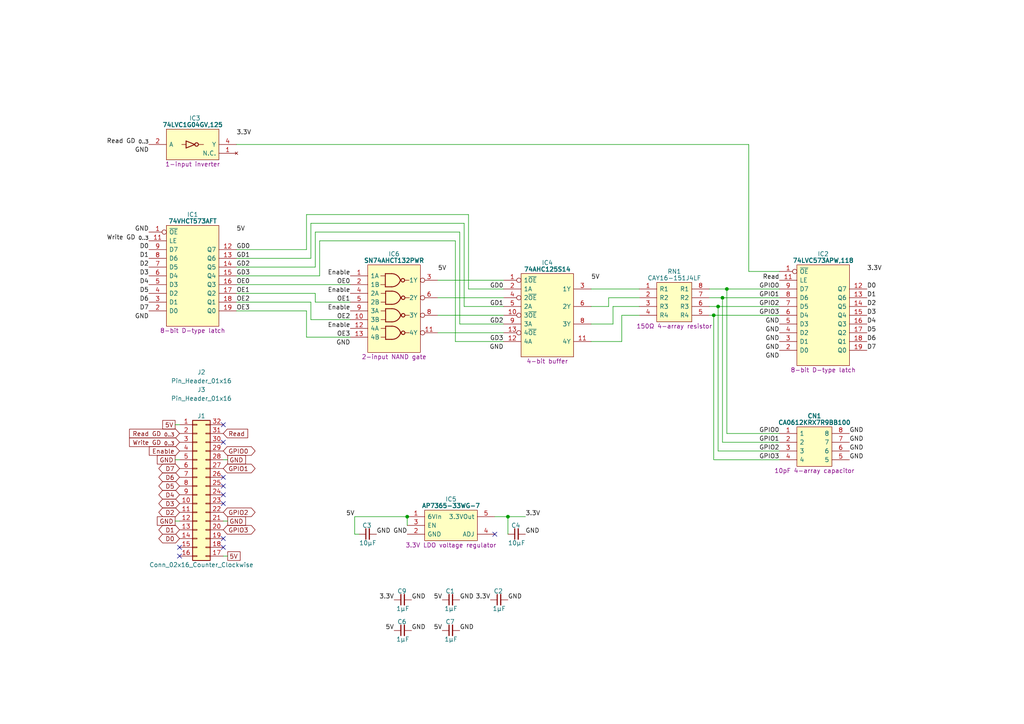
<source format=kicad_sch>
(kicad_sch
	(version 20231120)
	(generator "eeschema")
	(generator_version "8.0")
	(uuid "337b5f72-8be1-4121-9dc6-479b565482b2")
	(paper "A4")
	(title_block
		(title "GPIO 4bit")
		(date "2024-02-19")
		(rev "V0")
	)
	(lib_symbols
		(symbol "Bourns:CAY16-151J4LF"
			(pin_names
				(offset 0.762)
			)
			(exclude_from_sim no)
			(in_bom yes)
			(on_board yes)
			(property "Reference" "RN"
				(at 10.16 5.08 0)
				(effects
					(font
						(size 1.27 1.27)
					)
				)
			)
			(property "Value" "CAY16-151J4LF"
				(at 10.16 3.175 0)
				(effects
					(font
						(size 1.27 1.27)
						(bold yes)
					)
				)
			)
			(property "Footprint" "SamacSys_Parts:CAY16-J4"
				(at 17.78 -15.24 0)
				(effects
					(font
						(size 1.27 1.27)
					)
					(justify left)
					(hide yes)
				)
			)
			(property "Datasheet" "https://datasheet.datasheetarchive.com/originals/distributors/SFDatasheet-7/sf-000140092.pdf"
				(at 17.78 -17.78 0)
				(effects
					(font
						(size 1.27 1.27)
					)
					(justify left)
					(hide yes)
				)
			)
			(property "Description" "150Ω 4-array resistor"
				(at 10.16 -10.795 0)
				(effects
					(font
						(size 1.27 1.27)
					)
				)
			)
			(property "Height" "0.6"
				(at 17.78 -22.86 0)
				(effects
					(font
						(size 1.27 1.27)
					)
					(justify left)
					(hide yes)
				)
			)
			(property "Manufacturer_Name" "Bourns"
				(at 17.78 -25.4 0)
				(effects
					(font
						(size 1.27 1.27)
					)
					(justify left)
					(hide yes)
				)
			)
			(property "Manufacturer_Part_Number" "CAY16-151J4LF"
				(at 17.78 -27.94 0)
				(effects
					(font
						(size 1.27 1.27)
					)
					(justify left)
					(hide yes)
				)
			)
			(property "Mouser Part Number" "652-CAY16-151J4LF"
				(at 17.78 -30.48 0)
				(effects
					(font
						(size 1.27 1.27)
					)
					(justify left)
					(hide yes)
				)
			)
			(property "Mouser Price/Stock" "https://www.mouser.co.uk/ProductDetail/Bourns/CAY16-151J4LF?qs=Qv7qbSW4mEF5GWsPNNp3QA%3D%3D"
				(at 17.78 -33.02 0)
				(effects
					(font
						(size 1.27 1.27)
					)
					(justify left)
					(hide yes)
				)
			)
			(property "Arrow Part Number" "CAY16-151J4LF"
				(at 17.78 -35.56 0)
				(effects
					(font
						(size 1.27 1.27)
					)
					(justify left)
					(hide yes)
				)
			)
			(property "Arrow Price/Stock" "https://www.arrow.com/en/products/cay16-151j4lf/bourns"
				(at 17.78 -38.1 0)
				(effects
					(font
						(size 1.27 1.27)
					)
					(justify left)
					(hide yes)
				)
			)
			(property "Silkscreen" "150Ω"
				(at 10.16 -13.335 0)
				(effects
					(font
						(size 1.27 1.27)
					)
					(hide yes)
				)
			)
			(property "Garbage" "Bourns CAY16 Series 150 +/-5% Isolated SMT Resistor Array, 4 Resistors, 0.25W total 1206 (3216M) package Convex"
				(at 0 0 0)
				(effects
					(font
						(size 1.27 1.27)
					)
					(hide yes)
				)
			)
			(symbol "CAY16-151J4LF_0_0"
				(pin passive line
					(at 0 0 0)
					(length 5.08)
					(name "R1"
						(effects
							(font
								(size 1.27 1.27)
							)
						)
					)
					(number "1"
						(effects
							(font
								(size 1.27 1.27)
							)
						)
					)
				)
				(pin passive line
					(at 0 -2.54 0)
					(length 5.08)
					(name "R2"
						(effects
							(font
								(size 1.27 1.27)
							)
						)
					)
					(number "2"
						(effects
							(font
								(size 1.27 1.27)
							)
						)
					)
				)
				(pin passive line
					(at 0 -5.08 0)
					(length 5.08)
					(name "R3"
						(effects
							(font
								(size 1.27 1.27)
							)
						)
					)
					(number "3"
						(effects
							(font
								(size 1.27 1.27)
							)
						)
					)
				)
				(pin passive line
					(at 0 -7.62 0)
					(length 5.08)
					(name "R4"
						(effects
							(font
								(size 1.27 1.27)
							)
						)
					)
					(number "4"
						(effects
							(font
								(size 1.27 1.27)
							)
						)
					)
				)
				(pin passive line
					(at 20.32 -7.62 180)
					(length 5.08)
					(name "R4"
						(effects
							(font
								(size 1.27 1.27)
							)
						)
					)
					(number "5"
						(effects
							(font
								(size 1.27 1.27)
							)
						)
					)
				)
				(pin passive line
					(at 20.32 -5.08 180)
					(length 5.08)
					(name "R3"
						(effects
							(font
								(size 1.27 1.27)
							)
						)
					)
					(number "6"
						(effects
							(font
								(size 1.27 1.27)
							)
						)
					)
				)
				(pin passive line
					(at 20.32 -2.54 180)
					(length 5.08)
					(name "R2"
						(effects
							(font
								(size 1.27 1.27)
							)
						)
					)
					(number "7"
						(effects
							(font
								(size 1.27 1.27)
							)
						)
					)
				)
				(pin passive line
					(at 20.32 0 180)
					(length 5.08)
					(name "R1"
						(effects
							(font
								(size 1.27 1.27)
							)
						)
					)
					(number "8"
						(effects
							(font
								(size 1.27 1.27)
							)
						)
					)
				)
			)
			(symbol "CAY16-151J4LF_0_1"
				(polyline
					(pts
						(xy 5.08 1.905) (xy 15.24 1.905) (xy 15.24 -9.525) (xy 5.08 -9.525) (xy 5.08 1.905)
					)
					(stroke
						(width 0.1524)
						(type default)
					)
					(fill
						(type background)
					)
				)
			)
		)
		(symbol "Connector_Generic:Conn_02x16_Counter_Clockwise"
			(pin_names
				(offset 1.016) hide)
			(exclude_from_sim no)
			(in_bom yes)
			(on_board yes)
			(property "Reference" "J"
				(at 1.27 20.32 0)
				(effects
					(font
						(size 1.27 1.27)
					)
				)
			)
			(property "Value" "Conn_02x16_Counter_Clockwise"
				(at 1.27 -22.86 0)
				(effects
					(font
						(size 1.27 1.27)
					)
				)
			)
			(property "Footprint" ""
				(at 0 0 0)
				(effects
					(font
						(size 1.27 1.27)
					)
					(hide yes)
				)
			)
			(property "Datasheet" "~"
				(at 0 0 0)
				(effects
					(font
						(size 1.27 1.27)
					)
					(hide yes)
				)
			)
			(property "Description" "Generic connector, double row, 02x16, counter clockwise pin numbering scheme (similar to DIP package numbering), script generated (kicad-library-utils/schlib/autogen/connector/)"
				(at 0 0 0)
				(effects
					(font
						(size 1.27 1.27)
					)
					(hide yes)
				)
			)
			(property "ki_keywords" "connector"
				(at 0 0 0)
				(effects
					(font
						(size 1.27 1.27)
					)
					(hide yes)
				)
			)
			(property "ki_fp_filters" "Connector*:*_2x??_*"
				(at 0 0 0)
				(effects
					(font
						(size 1.27 1.27)
					)
					(hide yes)
				)
			)
			(symbol "Conn_02x16_Counter_Clockwise_1_1"
				(rectangle
					(start -1.27 -20.193)
					(end 0 -20.447)
					(stroke
						(width 0.1524)
						(type default)
					)
					(fill
						(type none)
					)
				)
				(rectangle
					(start -1.27 -17.653)
					(end 0 -17.907)
					(stroke
						(width 0.1524)
						(type default)
					)
					(fill
						(type none)
					)
				)
				(rectangle
					(start -1.27 -15.113)
					(end 0 -15.367)
					(stroke
						(width 0.1524)
						(type default)
					)
					(fill
						(type none)
					)
				)
				(rectangle
					(start -1.27 -12.573)
					(end 0 -12.827)
					(stroke
						(width 0.1524)
						(type default)
					)
					(fill
						(type none)
					)
				)
				(rectangle
					(start -1.27 -10.033)
					(end 0 -10.287)
					(stroke
						(width 0.1524)
						(type default)
					)
					(fill
						(type none)
					)
				)
				(rectangle
					(start -1.27 -7.493)
					(end 0 -7.747)
					(stroke
						(width 0.1524)
						(type default)
					)
					(fill
						(type none)
					)
				)
				(rectangle
					(start -1.27 -4.953)
					(end 0 -5.207)
					(stroke
						(width 0.1524)
						(type default)
					)
					(fill
						(type none)
					)
				)
				(rectangle
					(start -1.27 -2.413)
					(end 0 -2.667)
					(stroke
						(width 0.1524)
						(type default)
					)
					(fill
						(type none)
					)
				)
				(rectangle
					(start -1.27 0.127)
					(end 0 -0.127)
					(stroke
						(width 0.1524)
						(type default)
					)
					(fill
						(type none)
					)
				)
				(rectangle
					(start -1.27 2.667)
					(end 0 2.413)
					(stroke
						(width 0.1524)
						(type default)
					)
					(fill
						(type none)
					)
				)
				(rectangle
					(start -1.27 5.207)
					(end 0 4.953)
					(stroke
						(width 0.1524)
						(type default)
					)
					(fill
						(type none)
					)
				)
				(rectangle
					(start -1.27 7.747)
					(end 0 7.493)
					(stroke
						(width 0.1524)
						(type default)
					)
					(fill
						(type none)
					)
				)
				(rectangle
					(start -1.27 10.287)
					(end 0 10.033)
					(stroke
						(width 0.1524)
						(type default)
					)
					(fill
						(type none)
					)
				)
				(rectangle
					(start -1.27 12.827)
					(end 0 12.573)
					(stroke
						(width 0.1524)
						(type default)
					)
					(fill
						(type none)
					)
				)
				(rectangle
					(start -1.27 15.367)
					(end 0 15.113)
					(stroke
						(width 0.1524)
						(type default)
					)
					(fill
						(type none)
					)
				)
				(rectangle
					(start -1.27 17.907)
					(end 0 17.653)
					(stroke
						(width 0.1524)
						(type default)
					)
					(fill
						(type none)
					)
				)
				(rectangle
					(start -1.27 19.05)
					(end 3.81 -21.59)
					(stroke
						(width 0.254)
						(type default)
					)
					(fill
						(type background)
					)
				)
				(rectangle
					(start 3.81 -20.193)
					(end 2.54 -20.447)
					(stroke
						(width 0.1524)
						(type default)
					)
					(fill
						(type none)
					)
				)
				(rectangle
					(start 3.81 -17.653)
					(end 2.54 -17.907)
					(stroke
						(width 0.1524)
						(type default)
					)
					(fill
						(type none)
					)
				)
				(rectangle
					(start 3.81 -15.113)
					(end 2.54 -15.367)
					(stroke
						(width 0.1524)
						(type default)
					)
					(fill
						(type none)
					)
				)
				(rectangle
					(start 3.81 -12.573)
					(end 2.54 -12.827)
					(stroke
						(width 0.1524)
						(type default)
					)
					(fill
						(type none)
					)
				)
				(rectangle
					(start 3.81 -10.033)
					(end 2.54 -10.287)
					(stroke
						(width 0.1524)
						(type default)
					)
					(fill
						(type none)
					)
				)
				(rectangle
					(start 3.81 -7.493)
					(end 2.54 -7.747)
					(stroke
						(width 0.1524)
						(type default)
					)
					(fill
						(type none)
					)
				)
				(rectangle
					(start 3.81 -4.953)
					(end 2.54 -5.207)
					(stroke
						(width 0.1524)
						(type default)
					)
					(fill
						(type none)
					)
				)
				(rectangle
					(start 3.81 -2.413)
					(end 2.54 -2.667)
					(stroke
						(width 0.1524)
						(type default)
					)
					(fill
						(type none)
					)
				)
				(rectangle
					(start 3.81 0.127)
					(end 2.54 -0.127)
					(stroke
						(width 0.1524)
						(type default)
					)
					(fill
						(type none)
					)
				)
				(rectangle
					(start 3.81 2.667)
					(end 2.54 2.413)
					(stroke
						(width 0.1524)
						(type default)
					)
					(fill
						(type none)
					)
				)
				(rectangle
					(start 3.81 5.207)
					(end 2.54 4.953)
					(stroke
						(width 0.1524)
						(type default)
					)
					(fill
						(type none)
					)
				)
				(rectangle
					(start 3.81 7.747)
					(end 2.54 7.493)
					(stroke
						(width 0.1524)
						(type default)
					)
					(fill
						(type none)
					)
				)
				(rectangle
					(start 3.81 10.287)
					(end 2.54 10.033)
					(stroke
						(width 0.1524)
						(type default)
					)
					(fill
						(type none)
					)
				)
				(rectangle
					(start 3.81 12.827)
					(end 2.54 12.573)
					(stroke
						(width 0.1524)
						(type default)
					)
					(fill
						(type none)
					)
				)
				(rectangle
					(start 3.81 15.367)
					(end 2.54 15.113)
					(stroke
						(width 0.1524)
						(type default)
					)
					(fill
						(type none)
					)
				)
				(rectangle
					(start 3.81 17.907)
					(end 2.54 17.653)
					(stroke
						(width 0.1524)
						(type default)
					)
					(fill
						(type none)
					)
				)
				(pin passive line
					(at -5.08 17.78 0)
					(length 3.81)
					(name "Pin_1"
						(effects
							(font
								(size 1.27 1.27)
							)
						)
					)
					(number "1"
						(effects
							(font
								(size 1.27 1.27)
							)
						)
					)
				)
				(pin passive line
					(at -5.08 -5.08 0)
					(length 3.81)
					(name "Pin_10"
						(effects
							(font
								(size 1.27 1.27)
							)
						)
					)
					(number "10"
						(effects
							(font
								(size 1.27 1.27)
							)
						)
					)
				)
				(pin passive line
					(at -5.08 -7.62 0)
					(length 3.81)
					(name "Pin_11"
						(effects
							(font
								(size 1.27 1.27)
							)
						)
					)
					(number "11"
						(effects
							(font
								(size 1.27 1.27)
							)
						)
					)
				)
				(pin passive line
					(at -5.08 -10.16 0)
					(length 3.81)
					(name "Pin_12"
						(effects
							(font
								(size 1.27 1.27)
							)
						)
					)
					(number "12"
						(effects
							(font
								(size 1.27 1.27)
							)
						)
					)
				)
				(pin passive line
					(at -5.08 -12.7 0)
					(length 3.81)
					(name "Pin_13"
						(effects
							(font
								(size 1.27 1.27)
							)
						)
					)
					(number "13"
						(effects
							(font
								(size 1.27 1.27)
							)
						)
					)
				)
				(pin passive line
					(at -5.08 -15.24 0)
					(length 3.81)
					(name "Pin_14"
						(effects
							(font
								(size 1.27 1.27)
							)
						)
					)
					(number "14"
						(effects
							(font
								(size 1.27 1.27)
							)
						)
					)
				)
				(pin passive line
					(at -5.08 -17.78 0)
					(length 3.81)
					(name "Pin_15"
						(effects
							(font
								(size 1.27 1.27)
							)
						)
					)
					(number "15"
						(effects
							(font
								(size 1.27 1.27)
							)
						)
					)
				)
				(pin passive line
					(at -5.08 -20.32 0)
					(length 3.81)
					(name "Pin_16"
						(effects
							(font
								(size 1.27 1.27)
							)
						)
					)
					(number "16"
						(effects
							(font
								(size 1.27 1.27)
							)
						)
					)
				)
				(pin passive line
					(at 7.62 -20.32 180)
					(length 3.81)
					(name "Pin_17"
						(effects
							(font
								(size 1.27 1.27)
							)
						)
					)
					(number "17"
						(effects
							(font
								(size 1.27 1.27)
							)
						)
					)
				)
				(pin passive line
					(at 7.62 -17.78 180)
					(length 3.81)
					(name "Pin_18"
						(effects
							(font
								(size 1.27 1.27)
							)
						)
					)
					(number "18"
						(effects
							(font
								(size 1.27 1.27)
							)
						)
					)
				)
				(pin passive line
					(at 7.62 -15.24 180)
					(length 3.81)
					(name "Pin_19"
						(effects
							(font
								(size 1.27 1.27)
							)
						)
					)
					(number "19"
						(effects
							(font
								(size 1.27 1.27)
							)
						)
					)
				)
				(pin passive line
					(at -5.08 15.24 0)
					(length 3.81)
					(name "Pin_2"
						(effects
							(font
								(size 1.27 1.27)
							)
						)
					)
					(number "2"
						(effects
							(font
								(size 1.27 1.27)
							)
						)
					)
				)
				(pin passive line
					(at 7.62 -12.7 180)
					(length 3.81)
					(name "Pin_20"
						(effects
							(font
								(size 1.27 1.27)
							)
						)
					)
					(number "20"
						(effects
							(font
								(size 1.27 1.27)
							)
						)
					)
				)
				(pin passive line
					(at 7.62 -10.16 180)
					(length 3.81)
					(name "Pin_21"
						(effects
							(font
								(size 1.27 1.27)
							)
						)
					)
					(number "21"
						(effects
							(font
								(size 1.27 1.27)
							)
						)
					)
				)
				(pin passive line
					(at 7.62 -7.62 180)
					(length 3.81)
					(name "Pin_22"
						(effects
							(font
								(size 1.27 1.27)
							)
						)
					)
					(number "22"
						(effects
							(font
								(size 1.27 1.27)
							)
						)
					)
				)
				(pin passive line
					(at 7.62 -5.08 180)
					(length 3.81)
					(name "Pin_23"
						(effects
							(font
								(size 1.27 1.27)
							)
						)
					)
					(number "23"
						(effects
							(font
								(size 1.27 1.27)
							)
						)
					)
				)
				(pin passive line
					(at 7.62 -2.54 180)
					(length 3.81)
					(name "Pin_24"
						(effects
							(font
								(size 1.27 1.27)
							)
						)
					)
					(number "24"
						(effects
							(font
								(size 1.27 1.27)
							)
						)
					)
				)
				(pin passive line
					(at 7.62 0 180)
					(length 3.81)
					(name "Pin_25"
						(effects
							(font
								(size 1.27 1.27)
							)
						)
					)
					(number "25"
						(effects
							(font
								(size 1.27 1.27)
							)
						)
					)
				)
				(pin passive line
					(at 7.62 2.54 180)
					(length 3.81)
					(name "Pin_26"
						(effects
							(font
								(size 1.27 1.27)
							)
						)
					)
					(number "26"
						(effects
							(font
								(size 1.27 1.27)
							)
						)
					)
				)
				(pin passive line
					(at 7.62 5.08 180)
					(length 3.81)
					(name "Pin_27"
						(effects
							(font
								(size 1.27 1.27)
							)
						)
					)
					(number "27"
						(effects
							(font
								(size 1.27 1.27)
							)
						)
					)
				)
				(pin passive line
					(at 7.62 7.62 180)
					(length 3.81)
					(name "Pin_28"
						(effects
							(font
								(size 1.27 1.27)
							)
						)
					)
					(number "28"
						(effects
							(font
								(size 1.27 1.27)
							)
						)
					)
				)
				(pin passive line
					(at 7.62 10.16 180)
					(length 3.81)
					(name "Pin_29"
						(effects
							(font
								(size 1.27 1.27)
							)
						)
					)
					(number "29"
						(effects
							(font
								(size 1.27 1.27)
							)
						)
					)
				)
				(pin passive line
					(at -5.08 12.7 0)
					(length 3.81)
					(name "Pin_3"
						(effects
							(font
								(size 1.27 1.27)
							)
						)
					)
					(number "3"
						(effects
							(font
								(size 1.27 1.27)
							)
						)
					)
				)
				(pin passive line
					(at 7.62 12.7 180)
					(length 3.81)
					(name "Pin_30"
						(effects
							(font
								(size 1.27 1.27)
							)
						)
					)
					(number "30"
						(effects
							(font
								(size 1.27 1.27)
							)
						)
					)
				)
				(pin passive line
					(at 7.62 15.24 180)
					(length 3.81)
					(name "Pin_31"
						(effects
							(font
								(size 1.27 1.27)
							)
						)
					)
					(number "31"
						(effects
							(font
								(size 1.27 1.27)
							)
						)
					)
				)
				(pin passive line
					(at 7.62 17.78 180)
					(length 3.81)
					(name "Pin_32"
						(effects
							(font
								(size 1.27 1.27)
							)
						)
					)
					(number "32"
						(effects
							(font
								(size 1.27 1.27)
							)
						)
					)
				)
				(pin passive line
					(at -5.08 10.16 0)
					(length 3.81)
					(name "Pin_4"
						(effects
							(font
								(size 1.27 1.27)
							)
						)
					)
					(number "4"
						(effects
							(font
								(size 1.27 1.27)
							)
						)
					)
				)
				(pin passive line
					(at -5.08 7.62 0)
					(length 3.81)
					(name "Pin_5"
						(effects
							(font
								(size 1.27 1.27)
							)
						)
					)
					(number "5"
						(effects
							(font
								(size 1.27 1.27)
							)
						)
					)
				)
				(pin passive line
					(at -5.08 5.08 0)
					(length 3.81)
					(name "Pin_6"
						(effects
							(font
								(size 1.27 1.27)
							)
						)
					)
					(number "6"
						(effects
							(font
								(size 1.27 1.27)
							)
						)
					)
				)
				(pin passive line
					(at -5.08 2.54 0)
					(length 3.81)
					(name "Pin_7"
						(effects
							(font
								(size 1.27 1.27)
							)
						)
					)
					(number "7"
						(effects
							(font
								(size 1.27 1.27)
							)
						)
					)
				)
				(pin passive line
					(at -5.08 0 0)
					(length 3.81)
					(name "Pin_8"
						(effects
							(font
								(size 1.27 1.27)
							)
						)
					)
					(number "8"
						(effects
							(font
								(size 1.27 1.27)
							)
						)
					)
				)
				(pin passive line
					(at -5.08 -2.54 0)
					(length 3.81)
					(name "Pin_9"
						(effects
							(font
								(size 1.27 1.27)
							)
						)
					)
					(number "9"
						(effects
							(font
								(size 1.27 1.27)
							)
						)
					)
				)
			)
		)
		(symbol "Diodes_Inc:74AHC125S14"
			(pin_names
				(offset 0.762)
			)
			(exclude_from_sim no)
			(in_bom yes)
			(on_board yes)
			(property "Reference" "IC"
				(at 12.7 5.08 0)
				(effects
					(font
						(size 1.27 1.27)
					)
				)
			)
			(property "Value" "74AHC125S14"
				(at 12.7 3.175 0)
				(effects
					(font
						(size 1.27 1.27)
						(bold yes)
					)
				)
			)
			(property "Footprint" "SamacSys_Parts:SOIC127P600X173-14N"
				(at 25.4 -29.21 0)
				(effects
					(font
						(size 1.27 1.27)
					)
					(justify left)
					(hide yes)
				)
			)
			(property "Datasheet" "https://datasheet.datasheetarchive.com/originals/distributors/Datasheets-DGA14/1209772.pdf"
				(at 25.4 -31.75 0)
				(effects
					(font
						(size 1.27 1.27)
					)
					(justify left)
					(hide yes)
				)
			)
			(property "Description" "4-bit buffer"
				(at 12.7 -23.495 0)
				(effects
					(font
						(size 1.27 1.27)
					)
				)
			)
			(property "Height" "1.73"
				(at 25.4 -34.29 0)
				(effects
					(font
						(size 1.27 1.27)
					)
					(justify left)
					(hide yes)
				)
			)
			(property "Manufacturer_Name" "Diodes Inc."
				(at 25.4 -36.83 0)
				(effects
					(font
						(size 1.27 1.27)
					)
					(justify left)
					(hide yes)
				)
			)
			(property "Manufacturer_Part_Number" "74AHC125S14-13"
				(at 25.4 -39.37 0)
				(effects
					(font
						(size 1.27 1.27)
					)
					(justify left)
					(hide yes)
				)
			)
			(property "Mouser Part Number" "621-74AHC125S14-13"
				(at 25.4 -41.91 0)
				(effects
					(font
						(size 1.27 1.27)
					)
					(justify left)
					(hide yes)
				)
			)
			(property "Mouser Price/Stock" "https://www.mouser.com/Search/Refine.aspx?Keyword=621-74AHC125S14-13"
				(at 25.4 -44.45 0)
				(effects
					(font
						(size 1.27 1.27)
					)
					(justify left)
					(hide yes)
				)
			)
			(property "Silkscreen" "74AHC125"
				(at 12.7 -25.4 0)
				(effects
					(font
						(size 1.27 1.27)
					)
					(hide yes)
				)
			)
			(property "Garbage" "QUADRUPLE 3-STATE BUFFERS OE LOW"
				(at 0 0 0)
				(effects
					(font
						(size 1.27 1.27)
					)
					(hide yes)
				)
			)
			(symbol "74AHC125S14_0_0"
				(pin input inverted
					(at 0 0 0)
					(length 5.08)
					(name "1~{OE}"
						(effects
							(font
								(size 1.27 1.27)
							)
						)
					)
					(number "1"
						(effects
							(font
								(size 1.27 1.27)
							)
						)
					)
				)
				(pin input inverted
					(at 0 -10.16 0)
					(length 5.08)
					(name "3~{OE}"
						(effects
							(font
								(size 1.27 1.27)
							)
						)
					)
					(number "10"
						(effects
							(font
								(size 1.27 1.27)
							)
						)
					)
				)
				(pin output line
					(at 25.4 -17.78 180)
					(length 5.08)
					(name "4Y"
						(effects
							(font
								(size 1.27 1.27)
							)
						)
					)
					(number "11"
						(effects
							(font
								(size 1.27 1.27)
							)
						)
					)
				)
				(pin input line
					(at 0 -17.78 0)
					(length 5.08)
					(name "4A"
						(effects
							(font
								(size 1.27 1.27)
							)
						)
					)
					(number "12"
						(effects
							(font
								(size 1.27 1.27)
							)
						)
					)
				)
				(pin input inverted
					(at 0 -15.24 0)
					(length 5.08)
					(name "4~{OE}"
						(effects
							(font
								(size 1.27 1.27)
							)
						)
					)
					(number "13"
						(effects
							(font
								(size 1.27 1.27)
							)
						)
					)
				)
				(pin passive line
					(at 25.4 0 180)
					(length 5.08) hide
					(name "VCC"
						(effects
							(font
								(size 1.27 1.27)
							)
						)
					)
					(number "14"
						(effects
							(font
								(size 1.27 1.27)
							)
						)
					)
				)
				(pin input line
					(at 0 -2.54 0)
					(length 5.08)
					(name "1A"
						(effects
							(font
								(size 1.27 1.27)
							)
						)
					)
					(number "2"
						(effects
							(font
								(size 1.27 1.27)
							)
						)
					)
				)
				(pin output line
					(at 25.4 -2.54 180)
					(length 5.08)
					(name "1Y"
						(effects
							(font
								(size 1.27 1.27)
							)
						)
					)
					(number "3"
						(effects
							(font
								(size 1.27 1.27)
							)
						)
					)
				)
				(pin input inverted
					(at 0 -5.08 0)
					(length 5.08)
					(name "2~{OE}"
						(effects
							(font
								(size 1.27 1.27)
							)
						)
					)
					(number "4"
						(effects
							(font
								(size 1.27 1.27)
							)
						)
					)
				)
				(pin input line
					(at 0 -7.62 0)
					(length 5.08)
					(name "2A"
						(effects
							(font
								(size 1.27 1.27)
							)
						)
					)
					(number "5"
						(effects
							(font
								(size 1.27 1.27)
							)
						)
					)
				)
				(pin output line
					(at 25.4 -7.62 180)
					(length 5.08)
					(name "2Y"
						(effects
							(font
								(size 1.27 1.27)
							)
						)
					)
					(number "6"
						(effects
							(font
								(size 1.27 1.27)
							)
						)
					)
				)
				(pin passive line
					(at 0 -20.32 0)
					(length 5.08) hide
					(name "GND"
						(effects
							(font
								(size 1.27 1.27)
							)
						)
					)
					(number "7"
						(effects
							(font
								(size 1.27 1.27)
							)
						)
					)
				)
				(pin output line
					(at 25.4 -12.7 180)
					(length 5.08)
					(name "3Y"
						(effects
							(font
								(size 1.27 1.27)
							)
						)
					)
					(number "8"
						(effects
							(font
								(size 1.27 1.27)
							)
						)
					)
				)
				(pin input line
					(at 0 -12.7 0)
					(length 5.08)
					(name "3A"
						(effects
							(font
								(size 1.27 1.27)
							)
						)
					)
					(number "9"
						(effects
							(font
								(size 1.27 1.27)
							)
						)
					)
				)
			)
			(symbol "74AHC125S14_0_1"
				(polyline
					(pts
						(xy 5.08 1.905) (xy 20.32 1.905) (xy 20.32 -22.225) (xy 5.08 -22.225) (xy 5.08 1.905)
					)
					(stroke
						(width 0.1524)
						(type default)
					)
					(fill
						(type background)
					)
				)
			)
		)
		(symbol "Diodes_Inc:AP7365-33WG-7"
			(pin_names
				(offset 0.762)
			)
			(exclude_from_sim no)
			(in_bom yes)
			(on_board yes)
			(property "Reference" "IC"
				(at 12.7 5.08 0)
				(effects
					(font
						(size 1.27 1.27)
					)
				)
			)
			(property "Value" "AP7365-33WG-7"
				(at 12.7 3.175 0)
				(effects
					(font
						(size 1.27 1.27)
						(bold yes)
					)
				)
			)
			(property "Footprint" "SamacSys_Parts:SOT95P285X130-5N"
				(at 21.59 -14.605 0)
				(effects
					(font
						(size 1.27 1.27)
					)
					(justify left)
					(hide yes)
				)
			)
			(property "Datasheet" "https://componentsearchengine.com/Datasheets/1/AP7365-33WG-7.pdf"
				(at 21.59 -17.145 0)
				(effects
					(font
						(size 1.27 1.27)
					)
					(justify left)
					(hide yes)
				)
			)
			(property "Description" "3.3V LDO voltage regulator"
				(at 12.7 -8.255 0)
				(effects
					(font
						(size 1.27 1.27)
					)
				)
			)
			(property "Height" "1.3"
				(at 21.59 -19.685 0)
				(effects
					(font
						(size 1.27 1.27)
					)
					(justify left)
					(hide yes)
				)
			)
			(property "Manufacturer_Name" "Diodes Inc."
				(at 21.59 -22.225 0)
				(effects
					(font
						(size 1.27 1.27)
					)
					(justify left)
					(hide yes)
				)
			)
			(property "Manufacturer_Part_Number" "AP7365-33WG-7"
				(at 21.59 -24.765 0)
				(effects
					(font
						(size 1.27 1.27)
					)
					(justify left)
					(hide yes)
				)
			)
			(property "Mouser Part Number" "621-AP7365-33WG-7"
				(at 21.59 -27.305 0)
				(effects
					(font
						(size 1.27 1.27)
					)
					(justify left)
					(hide yes)
				)
			)
			(property "Mouser Price/Stock" "https://www.mouser.co.uk/ProductDetail/Diodes-Incorporated/AP7365-33WG-7?qs=abZ1nkZpTuOZFvxvoFPL0w%3D%3D"
				(at 21.59 -29.845 0)
				(effects
					(font
						(size 1.27 1.27)
					)
					(justify left)
					(hide yes)
				)
			)
			(property "Arrow Part Number" "AP7365-33WG-7"
				(at 21.59 -32.385 0)
				(effects
					(font
						(size 1.27 1.27)
					)
					(justify left)
					(hide yes)
				)
			)
			(property "Arrow Price/Stock" "https://www.arrow.com/en/products/ap7365-33wg-7/diodes-incorporated?region=nac"
				(at 21.59 -34.925 0)
				(effects
					(font
						(size 1.27 1.27)
					)
					(justify left)
					(hide yes)
				)
			)
			(property "Silkscreen" "AP7365"
				(at 21.59 -12.065 0)
				(effects
					(font
						(size 1.27 1.27)
					)
					(justify left)
					(hide yes)
				)
			)
			(symbol "AP7365-33WG-7_0_0"
				(pin passive line
					(at 0 -5.08 0)
					(length 5.08)
					(name "GND"
						(effects
							(font
								(size 1.27 1.27)
							)
						)
					)
					(number "2"
						(effects
							(font
								(size 1.27 1.27)
							)
						)
					)
				)
				(pin input line
					(at 0 -2.54 0)
					(length 5.08)
					(name "EN"
						(effects
							(font
								(size 1.27 1.27)
							)
						)
					)
					(number "3"
						(effects
							(font
								(size 1.27 1.27)
							)
						)
					)
				)
				(pin passive line
					(at 25.4 -5.08 180)
					(length 5.08)
					(name "ADJ"
						(effects
							(font
								(size 1.27 1.27)
							)
						)
					)
					(number "4"
						(effects
							(font
								(size 1.27 1.27)
							)
						)
					)
				)
			)
			(symbol "AP7365-33WG-7_0_1"
				(polyline
					(pts
						(xy 5.08 1.905) (xy 20.32 1.905) (xy 20.32 -6.985) (xy 5.08 -6.985) (xy 5.08 1.905)
					)
					(stroke
						(width 0)
						(type default)
					)
					(fill
						(type background)
					)
				)
			)
			(symbol "AP7365-33WG-7_1_0"
				(pin passive line
					(at 0 0 0)
					(length 5.08)
					(name "6VIn"
						(effects
							(font
								(size 1.27 1.27)
							)
						)
					)
					(number "1"
						(effects
							(font
								(size 1.27 1.27)
							)
						)
					)
				)
				(pin passive line
					(at 25.4 0 180)
					(length 5.08)
					(name "3.3VOut"
						(effects
							(font
								(size 1.27 1.27)
							)
						)
					)
					(number "5"
						(effects
							(font
								(size 1.27 1.27)
							)
						)
					)
				)
			)
		)
		(symbol "HCP65:C_0805"
			(pin_numbers hide)
			(pin_names
				(offset 0.254) hide)
			(exclude_from_sim no)
			(in_bom yes)
			(on_board yes)
			(property "Reference" "C"
				(at 2.286 2.54 0)
				(effects
					(font
						(size 1.27 1.27)
					)
				)
			)
			(property "Value" "?μF"
				(at 2.54 -2.54 0)
				(effects
					(font
						(size 1.27 1.27)
					)
				)
			)
			(property "Footprint" "SamacSys_Parts:C_0805"
				(at 16.764 -7.62 0)
				(effects
					(font
						(size 1.27 1.27)
					)
					(hide yes)
				)
			)
			(property "Datasheet" ""
				(at 2.2225 0.3175 90)
				(effects
					(font
						(size 1.27 1.27)
					)
					(hide yes)
				)
			)
			(property "Description" ""
				(at 0 0 0)
				(effects
					(font
						(size 1.27 1.27)
					)
					(hide yes)
				)
			)
			(property "ki_keywords" "capacitor cap"
				(at 0 0 0)
				(effects
					(font
						(size 1.27 1.27)
					)
					(hide yes)
				)
			)
			(property "ki_fp_filters" "C_*"
				(at 0 0 0)
				(effects
					(font
						(size 1.27 1.27)
					)
					(hide yes)
				)
			)
			(symbol "C_0805_0_1"
				(polyline
					(pts
						(xy 1.9685 -1.4605) (xy 1.9685 1.5875)
					)
					(stroke
						(width 0.3048)
						(type default)
					)
					(fill
						(type none)
					)
				)
				(polyline
					(pts
						(xy 2.9845 -1.4605) (xy 2.9845 1.5875)
					)
					(stroke
						(width 0.3302)
						(type default)
					)
					(fill
						(type none)
					)
				)
			)
			(symbol "C_0805_1_1"
				(pin passive line
					(at 0 0 0)
					(length 2.032)
					(name "~"
						(effects
							(font
								(size 1.27 1.27)
							)
						)
					)
					(number "1"
						(effects
							(font
								(size 1.27 1.27)
							)
						)
					)
				)
				(pin passive line
					(at 5.08 0 180)
					(length 2.032)
					(name "~"
						(effects
							(font
								(size 1.27 1.27)
							)
						)
					)
					(number "2"
						(effects
							(font
								(size 1.27 1.27)
							)
						)
					)
				)
			)
		)
		(symbol "HCP65:Pin_Header_01x32"
			(pin_names
				(offset 1.016) hide)
			(exclude_from_sim no)
			(in_bom yes)
			(on_board yes)
			(property "Reference" "J"
				(at 0 1.27 0)
				(effects
					(font
						(size 1.27 1.27)
					)
				)
			)
			(property "Value" "Pin_Header_01x32"
				(at 0 -1.27 0)
				(effects
					(font
						(size 1.27 1.27)
					)
				)
			)
			(property "Footprint" "SamacSys_Parts:PinHeader_1x32_P2.54mm_Vertical"
				(at 0 -3.81 0)
				(effects
					(font
						(size 1.27 1.27)
					)
					(hide yes)
				)
			)
			(property "Datasheet" "~"
				(at -5.08 0 0)
				(effects
					(font
						(size 1.27 1.27)
					)
					(hide yes)
				)
			)
			(property "Description" ""
				(at 0 0 0)
				(effects
					(font
						(size 1.27 1.27)
					)
					(hide yes)
				)
			)
			(property "ki_fp_filters" "Connector*:*_1x??_*"
				(at 0 0 0)
				(effects
					(font
						(size 1.27 1.27)
					)
					(hide yes)
				)
			)
		)
		(symbol "Nexperia:74LVC1G04GV,125"
			(pin_names
				(offset 0.762)
			)
			(exclude_from_sim no)
			(in_bom yes)
			(on_board yes)
			(property "Reference" "IC"
				(at 13.335 5.08 0)
				(effects
					(font
						(size 1.27 1.27)
					)
				)
			)
			(property "Value" "74LVC1G04GV,125"
				(at 12.7 3.175 0)
				(effects
					(font
						(size 1.27 1.27)
						(bold yes)
					)
				)
			)
			(property "Footprint" "SamacSys_Parts:SOT95P275X110-5N"
				(at 26.035 -22.86 0)
				(effects
					(font
						(size 1.27 1.27)
					)
					(justify left)
					(hide yes)
				)
			)
			(property "Datasheet" "https://assets.nexperia.com/documents/data-sheet/74LVC1G04.pdf"
				(at 26.035 -25.4 0)
				(effects
					(font
						(size 1.27 1.27)
					)
					(justify left)
					(hide yes)
				)
			)
			(property "Description" "1-input inverter"
				(at 12.7 -8.255 0)
				(effects
					(font
						(size 1.27 1.27)
					)
				)
			)
			(property "Height" "1.1"
				(at 26.035 -30.48 0)
				(effects
					(font
						(size 1.27 1.27)
					)
					(justify left)
					(hide yes)
				)
			)
			(property "Manufacturer_Name" "Nexperia"
				(at 26.035 -33.02 0)
				(effects
					(font
						(size 1.27 1.27)
					)
					(justify left)
					(hide yes)
				)
			)
			(property "Manufacturer_Part_Number" "74LVC1G04GV,125"
				(at 26.035 -35.56 0)
				(effects
					(font
						(size 1.27 1.27)
					)
					(justify left)
					(hide yes)
				)
			)
			(property "Mouser Part Number" "771-74LVC1G04GV"
				(at 26.035 -38.1 0)
				(effects
					(font
						(size 1.27 1.27)
					)
					(justify left)
					(hide yes)
				)
			)
			(property "Mouser Price/Stock" "https://www.mouser.co.uk/ProductDetail/Nexperia/74LVC1G04GV125?qs=me8TqzrmIYW6McwMAxl%2F9w%3D%3D"
				(at 26.035 -40.64 0)
				(effects
					(font
						(size 1.27 1.27)
					)
					(justify left)
					(hide yes)
				)
			)
			(property "Silkscreen" "'1G04"
				(at 13.335 -10.795 0)
				(effects
					(font
						(size 1.27 1.27)
					)
					(hide yes)
				)
			)
			(symbol "74LVC1G04GV,125_0_0"
				(pin no_connect line
					(at 25.4 -5.08 180)
					(length 5.08)
					(name "N.C."
						(effects
							(font
								(size 1.27 1.27)
							)
						)
					)
					(number "1"
						(effects
							(font
								(size 1.27 1.27)
							)
						)
					)
				)
				(pin input line
					(at 0 -2.54 0)
					(length 5.08)
					(name "A"
						(effects
							(font
								(size 1.27 1.27)
							)
						)
					)
					(number "2"
						(effects
							(font
								(size 1.27 1.27)
							)
						)
					)
				)
				(pin passive line
					(at 0 -5.08 0)
					(length 5.08) hide
					(name "GND"
						(effects
							(font
								(size 1.27 1.27)
							)
						)
					)
					(number "3"
						(effects
							(font
								(size 1.27 1.27)
							)
						)
					)
				)
				(pin output line
					(at 25.4 -2.54 180)
					(length 5.08)
					(name "Y"
						(effects
							(font
								(size 1.27 1.27)
							)
						)
					)
					(number "4"
						(effects
							(font
								(size 1.27 1.27)
							)
						)
					)
				)
				(pin passive line
					(at 25.4 0 180)
					(length 5.08) hide
					(name "3V"
						(effects
							(font
								(size 1.27 1.27)
							)
						)
					)
					(number "5"
						(effects
							(font
								(size 1.27 1.27)
							)
						)
					)
				)
			)
			(symbol "74LVC1G04GV,125_0_1"
				(polyline
					(pts
						(xy 9.525 -2.54) (xy 10.7949 -2.54)
					)
					(stroke
						(width 0)
						(type default)
					)
					(fill
						(type none)
					)
				)
				(polyline
					(pts
						(xy 14.351 -2.54) (xy 15.875 -2.54)
					)
					(stroke
						(width 0)
						(type default)
					)
					(fill
						(type none)
					)
				)
				(polyline
					(pts
						(xy 10.795 -3.556) (xy 13.335 -2.54) (xy 10.795 -1.524)
					)
					(stroke
						(width 0.254)
						(type default)
					)
					(fill
						(type none)
					)
				)
				(polyline
					(pts
						(xy 5.08 1.905) (xy 20.32 1.905) (xy 20.32 -6.985) (xy 5.08 -6.985) (xy 5.08 1.905)
					)
					(stroke
						(width 0.1524)
						(type default)
					)
					(fill
						(type background)
					)
				)
				(rectangle
					(start 10.795 -1.524)
					(end 10.795 -3.556)
					(stroke
						(width 0.254)
						(type default)
					)
					(fill
						(type background)
					)
				)
				(circle
					(center 13.843 -2.54)
					(radius 0.508)
					(stroke
						(width 0.254)
						(type default)
					)
					(fill
						(type none)
					)
				)
			)
		)
		(symbol "Nexperia:74LVC573APW,118"
			(pin_names
				(offset 0.762)
			)
			(exclude_from_sim no)
			(in_bom yes)
			(on_board yes)
			(property "Reference" "IC"
				(at 12.7 5.08 0)
				(effects
					(font
						(size 1.27 1.27)
					)
				)
			)
			(property "Value" "74LVC573APW,118"
				(at 12.7 3.175 0)
				(effects
					(font
						(size 1.27 1.27)
						(bold yes)
					)
				)
			)
			(property "Footprint" "SamacSys_Parts:SOP65P640X110-20N"
				(at 26.035 -33.655 0)
				(effects
					(font
						(size 1.27 1.27)
					)
					(justify left)
					(hide yes)
				)
			)
			(property "Datasheet" "https://assets.nexperia.com/documents/data-sheet/74LVC573A.pdf"
				(at 26.035 -36.195 0)
				(effects
					(font
						(size 1.27 1.27)
					)
					(justify left)
					(hide yes)
				)
			)
			(property "Description" "8-bit D-type latch"
				(at 12.7 -28.575 0)
				(effects
					(font
						(size 1.27 1.27)
					)
				)
			)
			(property "Height" "1.1"
				(at 26.035 -41.275 0)
				(effects
					(font
						(size 1.27 1.27)
					)
					(justify left)
					(hide yes)
				)
			)
			(property "Mouser Part Number" "771-74LVC573APW-T"
				(at 26.035 -43.815 0)
				(effects
					(font
						(size 1.27 1.27)
					)
					(justify left)
					(hide yes)
				)
			)
			(property "Mouser Price/Stock" "https://www.mouser.co.uk/ProductDetail/Nexperia/74LVC573APW118/?qs=me8TqzrmIYU4mlL%252B5pgpig%3D%3D"
				(at 26.035 -46.355 0)
				(effects
					(font
						(size 1.27 1.27)
					)
					(justify left)
					(hide yes)
				)
			)
			(property "Manufacturer_Name" "Nexperia"
				(at 26.035 -48.895 0)
				(effects
					(font
						(size 1.27 1.27)
					)
					(justify left)
					(hide yes)
				)
			)
			(property "Manufacturer_Part_Number" "74LVC573APW,118"
				(at 26.035 -51.435 0)
				(effects
					(font
						(size 1.27 1.27)
					)
					(justify left)
					(hide yes)
				)
			)
			(property "Silkscreen" "74LVC573"
				(at 12.7 -31.115 0)
				(effects
					(font
						(size 1.27 1.27)
					)
					(hide yes)
				)
			)
			(property "Garbage" "74LVC573A - Octal D-type transparent latch with 5 V tolerant inputs/outputs; 3-state@en-us"
				(at 0 0 0)
				(effects
					(font
						(size 1.27 1.27)
					)
					(hide yes)
				)
			)
			(symbol "74LVC573APW,118_0_0"
				(pin input inverted
					(at 0 0 0)
					(length 5.08)
					(name "~{OE}"
						(effects
							(font
								(size 1.27 1.27)
							)
						)
					)
					(number "1"
						(effects
							(font
								(size 1.27 1.27)
							)
						)
					)
				)
				(pin passive line
					(at 0 -25.4 0)
					(length 5.08) hide
					(name "GND"
						(effects
							(font
								(size 1.27 1.27)
							)
						)
					)
					(number "10"
						(effects
							(font
								(size 1.27 1.27)
							)
						)
					)
				)
				(pin input line
					(at 0 -2.54 0)
					(length 5.08)
					(name "LE"
						(effects
							(font
								(size 1.27 1.27)
							)
						)
					)
					(number "11"
						(effects
							(font
								(size 1.27 1.27)
							)
						)
					)
				)
				(pin tri_state line
					(at 25.4 -5.08 180)
					(length 5.08)
					(name "Q7"
						(effects
							(font
								(size 1.27 1.27)
							)
						)
					)
					(number "12"
						(effects
							(font
								(size 1.27 1.27)
							)
						)
					)
				)
				(pin tri_state line
					(at 25.4 -7.62 180)
					(length 5.08)
					(name "Q6"
						(effects
							(font
								(size 1.27 1.27)
							)
						)
					)
					(number "13"
						(effects
							(font
								(size 1.27 1.27)
							)
						)
					)
				)
				(pin tri_state line
					(at 25.4 -10.16 180)
					(length 5.08)
					(name "Q5"
						(effects
							(font
								(size 1.27 1.27)
							)
						)
					)
					(number "14"
						(effects
							(font
								(size 1.27 1.27)
							)
						)
					)
				)
				(pin tri_state line
					(at 25.4 -12.7 180)
					(length 5.08)
					(name "Q4"
						(effects
							(font
								(size 1.27 1.27)
							)
						)
					)
					(number "15"
						(effects
							(font
								(size 1.27 1.27)
							)
						)
					)
				)
				(pin tri_state line
					(at 25.4 -15.24 180)
					(length 5.08)
					(name "Q3"
						(effects
							(font
								(size 1.27 1.27)
							)
						)
					)
					(number "16"
						(effects
							(font
								(size 1.27 1.27)
							)
						)
					)
				)
				(pin tri_state line
					(at 25.4 -17.78 180)
					(length 5.08)
					(name "Q2"
						(effects
							(font
								(size 1.27 1.27)
							)
						)
					)
					(number "17"
						(effects
							(font
								(size 1.27 1.27)
							)
						)
					)
				)
				(pin tri_state line
					(at 25.4 -20.32 180)
					(length 5.08)
					(name "Q1"
						(effects
							(font
								(size 1.27 1.27)
							)
						)
					)
					(number "18"
						(effects
							(font
								(size 1.27 1.27)
							)
						)
					)
				)
				(pin tri_state line
					(at 25.4 -22.86 180)
					(length 5.08)
					(name "Q0"
						(effects
							(font
								(size 1.27 1.27)
							)
						)
					)
					(number "19"
						(effects
							(font
								(size 1.27 1.27)
							)
						)
					)
				)
				(pin input line
					(at 0 -22.86 0)
					(length 5.08)
					(name "D0"
						(effects
							(font
								(size 1.27 1.27)
							)
						)
					)
					(number "2"
						(effects
							(font
								(size 1.27 1.27)
							)
						)
					)
				)
				(pin passive line
					(at 25.4 0 180)
					(length 5.08) hide
					(name "3V"
						(effects
							(font
								(size 1.27 1.27)
							)
						)
					)
					(number "20"
						(effects
							(font
								(size 1.27 1.27)
							)
						)
					)
				)
				(pin input line
					(at 0 -20.32 0)
					(length 5.08)
					(name "D1"
						(effects
							(font
								(size 1.27 1.27)
							)
						)
					)
					(number "3"
						(effects
							(font
								(size 1.27 1.27)
							)
						)
					)
				)
				(pin input line
					(at 0 -17.78 0)
					(length 5.08)
					(name "D2"
						(effects
							(font
								(size 1.27 1.27)
							)
						)
					)
					(number "4"
						(effects
							(font
								(size 1.27 1.27)
							)
						)
					)
				)
				(pin input line
					(at 0 -15.24 0)
					(length 5.08)
					(name "D3"
						(effects
							(font
								(size 1.27 1.27)
							)
						)
					)
					(number "5"
						(effects
							(font
								(size 1.27 1.27)
							)
						)
					)
				)
				(pin input line
					(at 0 -12.7 0)
					(length 5.08)
					(name "D4"
						(effects
							(font
								(size 1.27 1.27)
							)
						)
					)
					(number "6"
						(effects
							(font
								(size 1.27 1.27)
							)
						)
					)
				)
				(pin input line
					(at 0 -10.16 0)
					(length 5.08)
					(name "D5"
						(effects
							(font
								(size 1.27 1.27)
							)
						)
					)
					(number "7"
						(effects
							(font
								(size 1.27 1.27)
							)
						)
					)
				)
				(pin input line
					(at 0 -7.62 0)
					(length 5.08)
					(name "D6"
						(effects
							(font
								(size 1.27 1.27)
							)
						)
					)
					(number "8"
						(effects
							(font
								(size 1.27 1.27)
							)
						)
					)
				)
				(pin input line
					(at 0 -5.08 0)
					(length 5.08)
					(name "D7"
						(effects
							(font
								(size 1.27 1.27)
							)
						)
					)
					(number "9"
						(effects
							(font
								(size 1.27 1.27)
							)
						)
					)
				)
			)
			(symbol "74LVC573APW,118_0_1"
				(polyline
					(pts
						(xy 5.08 1.905) (xy 20.32 1.905) (xy 20.32 -27.305) (xy 5.08 -27.305) (xy 5.08 1.905)
					)
					(stroke
						(width 0.1524)
						(type default)
					)
					(fill
						(type background)
					)
				)
			)
		)
		(symbol "Texas_Instruments:SN74AHCT132PWR"
			(pin_names
				(offset 0.762)
			)
			(exclude_from_sim no)
			(in_bom yes)
			(on_board yes)
			(property "Reference" "IC"
				(at 12.7 6.35 0)
				(effects
					(font
						(size 1.27 1.27)
					)
				)
			)
			(property "Value" "SN74AHCT132PWR"
				(at 12.7 4.445 0)
				(effects
					(font
						(size 1.27 1.27)
						(bold yes)
					)
				)
			)
			(property "Footprint" "SamacSys_Parts:SOP65P640X120-14N"
				(at 27.305 -28.575 0)
				(effects
					(font
						(size 1.27 1.27)
					)
					(justify left)
					(hide yes)
				)
			)
			(property "Datasheet" "http://www.ti.com/lit/gpn/sn74ahct132"
				(at 27.305 -31.115 0)
				(effects
					(font
						(size 1.27 1.27)
					)
					(justify left)
					(hide yes)
				)
			)
			(property "Description" "2-input NAND gate"
				(at 12.7 -23.495 0)
				(effects
					(font
						(size 1.27 1.27)
					)
				)
			)
			(property "Height" "1.2"
				(at 27.305 -36.195 0)
				(effects
					(font
						(size 1.27 1.27)
					)
					(justify left)
					(hide yes)
				)
			)
			(property "Manufacturer_Name" "Texas Instruments"
				(at 27.305 -38.735 0)
				(effects
					(font
						(size 1.27 1.27)
					)
					(justify left)
					(hide yes)
				)
			)
			(property "Manufacturer_Part_Number" "SN74AHCT132PWR"
				(at 27.305 -41.275 0)
				(effects
					(font
						(size 1.27 1.27)
					)
					(justify left)
					(hide yes)
				)
			)
			(property "Mouser Part Number" "595-SN74AHCT132PWR"
				(at 27.305 -43.815 0)
				(effects
					(font
						(size 1.27 1.27)
					)
					(justify left)
					(hide yes)
				)
			)
			(property "Mouser Price/Stock" "https://www.mouser.co.uk/ProductDetail/Texas-Instruments/SN74AHCT132PWR?qs=5WY7Uqh921xMOjGkv%2FJ8XQ%3D%3D"
				(at 27.305 -46.355 0)
				(effects
					(font
						(size 1.27 1.27)
					)
					(justify left)
					(hide yes)
				)
			)
			(property "Silkscreen" "74AHCT132"
				(at 12.7 -26.035 0)
				(effects
					(font
						(size 1.27 1.27)
					)
					(hide yes)
				)
			)
			(symbol "SN74AHCT132PWR_0_0"
				(pin input line
					(at 0 0 0)
					(length 5.08)
					(name "1A"
						(effects
							(font
								(size 1.27 1.27)
							)
						)
					)
					(number "1"
						(effects
							(font
								(size 1.27 1.27)
							)
						)
					)
				)
				(pin input line
					(at 0 -12.7 0)
					(length 5.08)
					(name "3B"
						(effects
							(font
								(size 1.27 1.27)
							)
						)
					)
					(number "10"
						(effects
							(font
								(size 1.27 1.27)
							)
						)
					)
				)
				(pin output inverted
					(at 25.4 -16.51 180)
					(length 5.08)
					(name "4Y"
						(effects
							(font
								(size 1.27 1.27)
							)
						)
					)
					(number "11"
						(effects
							(font
								(size 1.27 1.27)
							)
						)
					)
				)
				(pin input line
					(at 0 -15.24 0)
					(length 5.08)
					(name "4A"
						(effects
							(font
								(size 1.27 1.27)
							)
						)
					)
					(number "12"
						(effects
							(font
								(size 1.27 1.27)
							)
						)
					)
				)
				(pin input line
					(at 0 -17.78 0)
					(length 5.08)
					(name "4B"
						(effects
							(font
								(size 1.27 1.27)
							)
						)
					)
					(number "13"
						(effects
							(font
								(size 1.27 1.27)
							)
						)
					)
				)
				(pin input line
					(at 0 -2.54 0)
					(length 5.08)
					(name "1B"
						(effects
							(font
								(size 1.27 1.27)
							)
						)
					)
					(number "2"
						(effects
							(font
								(size 1.27 1.27)
							)
						)
					)
				)
				(pin output inverted
					(at 25.4 -1.27 180)
					(length 5.08)
					(name "1Y"
						(effects
							(font
								(size 1.27 1.27)
							)
						)
					)
					(number "3"
						(effects
							(font
								(size 1.27 1.27)
							)
						)
					)
				)
				(pin input line
					(at 0 -5.08 0)
					(length 5.08)
					(name "2A"
						(effects
							(font
								(size 1.27 1.27)
							)
						)
					)
					(number "4"
						(effects
							(font
								(size 1.27 1.27)
							)
						)
					)
				)
				(pin input line
					(at 0 -7.62 0)
					(length 5.08)
					(name "2B"
						(effects
							(font
								(size 1.27 1.27)
							)
						)
					)
					(number "5"
						(effects
							(font
								(size 1.27 1.27)
							)
						)
					)
				)
				(pin output inverted
					(at 25.4 -6.35 180)
					(length 5.08)
					(name "2Y"
						(effects
							(font
								(size 1.27 1.27)
							)
						)
					)
					(number "6"
						(effects
							(font
								(size 1.27 1.27)
							)
						)
					)
				)
				(pin passive line
					(at 0 -20.32 0)
					(length 5.08) hide
					(name "GND"
						(effects
							(font
								(size 1.27 1.27)
							)
						)
					)
					(number "7"
						(effects
							(font
								(size 1.27 1.27)
							)
						)
					)
				)
				(pin output inverted
					(at 25.4 -11.43 180)
					(length 5.08)
					(name "3Y"
						(effects
							(font
								(size 1.27 1.27)
							)
						)
					)
					(number "8"
						(effects
							(font
								(size 1.27 1.27)
							)
						)
					)
				)
				(pin input line
					(at 0 -10.16 0)
					(length 5.08)
					(name "3A"
						(effects
							(font
								(size 1.27 1.27)
							)
						)
					)
					(number "9"
						(effects
							(font
								(size 1.27 1.27)
							)
						)
					)
				)
			)
			(symbol "SN74AHCT132PWR_0_1"
				(polyline
					(pts
						(xy 8.802 -2.54) (xy 10.0719 -2.54)
					)
					(stroke
						(width 0)
						(type default)
					)
					(fill
						(type none)
					)
				)
				(polyline
					(pts
						(xy 8.802 0) (xy 10.0719 0)
					)
					(stroke
						(width 0)
						(type default)
					)
					(fill
						(type none)
					)
				)
				(polyline
					(pts
						(xy 8.89 -17.78) (xy 10.1599 -17.78)
					)
					(stroke
						(width 0)
						(type default)
					)
					(fill
						(type none)
					)
				)
				(polyline
					(pts
						(xy 8.89 -15.24) (xy 10.1599 -15.24)
					)
					(stroke
						(width 0)
						(type default)
					)
					(fill
						(type none)
					)
				)
				(polyline
					(pts
						(xy 8.89 -12.7) (xy 10.1599 -12.7)
					)
					(stroke
						(width 0)
						(type default)
					)
					(fill
						(type none)
					)
				)
				(polyline
					(pts
						(xy 8.89 -10.16) (xy 10.1599 -10.16)
					)
					(stroke
						(width 0)
						(type default)
					)
					(fill
						(type none)
					)
				)
				(polyline
					(pts
						(xy 8.89 -7.62) (xy 10.1599 -7.62)
					)
					(stroke
						(width 0)
						(type default)
					)
					(fill
						(type none)
					)
				)
				(polyline
					(pts
						(xy 8.89 -5.08) (xy 10.1599 -5.08)
					)
					(stroke
						(width 0)
						(type default)
					)
					(fill
						(type none)
					)
				)
				(polyline
					(pts
						(xy 10.16 0.635) (xy 10.16 -3.175)
					)
					(stroke
						(width 0.254)
						(type default)
					)
					(fill
						(type background)
					)
				)
				(polyline
					(pts
						(xy 10.248 -14.605) (xy 10.248 -18.415)
					)
					(stroke
						(width 0.254)
						(type default)
					)
					(fill
						(type background)
					)
				)
				(polyline
					(pts
						(xy 10.248 -9.525) (xy 10.248 -13.335)
					)
					(stroke
						(width 0.254)
						(type default)
					)
					(fill
						(type background)
					)
				)
				(polyline
					(pts
						(xy 10.248 -4.445) (xy 10.248 -8.255)
					)
					(stroke
						(width 0.254)
						(type default)
					)
					(fill
						(type background)
					)
				)
				(polyline
					(pts
						(xy 11.977 -3.175) (xy 10.16 -3.175)
					)
					(stroke
						(width 0.254)
						(type default)
					)
					(fill
						(type background)
					)
				)
				(polyline
					(pts
						(xy 11.977 0.635) (xy 10.16 0.635)
					)
					(stroke
						(width 0.254)
						(type default)
					)
					(fill
						(type background)
					)
				)
				(polyline
					(pts
						(xy 12.065 -18.415) (xy 10.248 -18.415)
					)
					(stroke
						(width 0.254)
						(type default)
					)
					(fill
						(type background)
					)
				)
				(polyline
					(pts
						(xy 12.065 -14.605) (xy 10.248 -14.605)
					)
					(stroke
						(width 0.254)
						(type default)
					)
					(fill
						(type background)
					)
				)
				(polyline
					(pts
						(xy 12.065 -13.335) (xy 10.248 -13.335)
					)
					(stroke
						(width 0.254)
						(type default)
					)
					(fill
						(type background)
					)
				)
				(polyline
					(pts
						(xy 12.065 -9.525) (xy 10.248 -9.525)
					)
					(stroke
						(width 0.254)
						(type default)
					)
					(fill
						(type background)
					)
				)
				(polyline
					(pts
						(xy 12.065 -8.255) (xy 10.248 -8.255)
					)
					(stroke
						(width 0.254)
						(type default)
					)
					(fill
						(type background)
					)
				)
				(polyline
					(pts
						(xy 12.065 -4.445) (xy 10.248 -4.445)
					)
					(stroke
						(width 0.254)
						(type default)
					)
					(fill
						(type background)
					)
				)
				(polyline
					(pts
						(xy 15.875 -1.27) (xy 17.057 -1.27)
					)
					(stroke
						(width 0)
						(type default)
					)
					(fill
						(type none)
					)
				)
				(polyline
					(pts
						(xy 15.963 -16.51) (xy 17.145 -16.51)
					)
					(stroke
						(width 0)
						(type default)
					)
					(fill
						(type none)
					)
				)
				(polyline
					(pts
						(xy 15.963 -11.43) (xy 17.145 -11.43)
					)
					(stroke
						(width 0)
						(type default)
					)
					(fill
						(type none)
					)
				)
				(polyline
					(pts
						(xy 15.963 -6.35) (xy 17.145 -6.35)
					)
					(stroke
						(width 0)
						(type default)
					)
					(fill
						(type none)
					)
				)
				(polyline
					(pts
						(xy 5.08 3.175) (xy 20.32 3.175) (xy 20.32 -22.225) (xy 5.08 -22.225) (xy 5.08 3.175)
					)
					(stroke
						(width 0.1524)
						(type default)
					)
					(fill
						(type background)
					)
				)
				(arc
					(start 11.977 -3.175)
					(mid 13.5751 -2.6601)
					(end 14.517 -1.27)
					(stroke
						(width 0.254)
						(type default)
					)
					(fill
						(type none)
					)
				)
				(arc
					(start 12.065 -18.415)
					(mid 13.6634 -17.9004)
					(end 14.605 -16.51)
					(stroke
						(width 0.254)
						(type default)
					)
					(fill
						(type none)
					)
				)
				(arc
					(start 12.065 -13.335)
					(mid 13.6634 -12.8204)
					(end 14.605 -11.43)
					(stroke
						(width 0.254)
						(type default)
					)
					(fill
						(type none)
					)
				)
				(arc
					(start 12.065 -8.255)
					(mid 13.6634 -7.7404)
					(end 14.605 -6.35)
					(stroke
						(width 0.254)
						(type default)
					)
					(fill
						(type none)
					)
				)
				(arc
					(start 14.517 -1.27)
					(mid 13.5761 0.1213)
					(end 11.977 0.635)
					(stroke
						(width 0.254)
						(type default)
					)
					(fill
						(type none)
					)
				)
				(arc
					(start 14.605 -16.51)
					(mid 13.6641 -15.1187)
					(end 12.065 -14.605)
					(stroke
						(width 0.254)
						(type default)
					)
					(fill
						(type none)
					)
				)
				(arc
					(start 14.605 -11.43)
					(mid 13.6641 -10.0387)
					(end 12.065 -9.525)
					(stroke
						(width 0.254)
						(type default)
					)
					(fill
						(type none)
					)
				)
				(arc
					(start 14.605 -6.35)
					(mid 13.6641 -4.9587)
					(end 12.065 -4.445)
					(stroke
						(width 0.254)
						(type default)
					)
					(fill
						(type none)
					)
				)
				(circle
					(center 15.24 -1.27)
					(radius 0.508)
					(stroke
						(width 0.254)
						(type default)
					)
					(fill
						(type none)
					)
				)
				(circle
					(center 15.328 -16.51)
					(radius 0.508)
					(stroke
						(width 0.254)
						(type default)
					)
					(fill
						(type none)
					)
				)
				(circle
					(center 15.328 -11.43)
					(radius 0.508)
					(stroke
						(width 0.254)
						(type default)
					)
					(fill
						(type none)
					)
				)
				(circle
					(center 15.328 -6.35)
					(radius 0.508)
					(stroke
						(width 0.254)
						(type default)
					)
					(fill
						(type none)
					)
				)
			)
			(symbol "SN74AHCT132PWR_1_0"
				(pin passive line
					(at 25.4 1.27 180)
					(length 5.08) hide
					(name "5V"
						(effects
							(font
								(size 1.27 1.27)
							)
						)
					)
					(number "14"
						(effects
							(font
								(size 1.27 1.27)
							)
						)
					)
				)
			)
		)
		(symbol "Toshiba:74VHCT573AFT"
			(pin_names
				(offset 0.762)
			)
			(exclude_from_sim no)
			(in_bom yes)
			(on_board yes)
			(property "Reference" "IC"
				(at 12.7 5.08 0)
				(effects
					(font
						(size 1.27 1.27)
					)
				)
			)
			(property "Value" "74VHCT573AFT"
				(at 12.7 3.175 0)
				(effects
					(font
						(size 1.27 1.27)
						(bold yes)
					)
				)
			)
			(property "Footprint" "SamacSys_Parts:SOP65P640X120-20N"
				(at 22.225 -31.75 0)
				(effects
					(font
						(size 1.27 1.27)
					)
					(justify left)
					(hide yes)
				)
			)
			(property "Datasheet" "https://www.mouser.co.za/datasheet/2/408/74VHCT573AFT_datasheet_en_20160804-2936705.pdf"
				(at 22.225 -34.29 0)
				(effects
					(font
						(size 1.27 1.27)
					)
					(justify left)
					(hide yes)
				)
			)
			(property "Description" "8-bit D-type latch"
				(at 12.7 -28.575 0)
				(effects
					(font
						(size 1.27 1.27)
					)
				)
			)
			(property "Height" "1.2"
				(at 22.225 -39.37 0)
				(effects
					(font
						(size 1.27 1.27)
					)
					(justify left)
					(hide yes)
				)
			)
			(property "Manufacturer_Name" "Toshiba"
				(at 22.225 -41.91 0)
				(effects
					(font
						(size 1.27 1.27)
					)
					(justify left)
					(hide yes)
				)
			)
			(property "Manufacturer_Part_Number" "74VHCT573AFT"
				(at 22.225 -44.45 0)
				(effects
					(font
						(size 1.27 1.27)
					)
					(justify left)
					(hide yes)
				)
			)
			(property "Mouser Part Number" "N/A"
				(at 22.225 -36.83 0)
				(effects
					(font
						(size 1.27 1.27)
					)
					(justify left)
					(hide yes)
				)
			)
			(property "Mouser Price/Stock" "https://www.mouser.com/Search/Refine.aspx?Keyword=N%2FA"
				(at 22.225 -49.53 0)
				(effects
					(font
						(size 1.27 1.27)
					)
					(justify left)
					(hide yes)
				)
			)
			(property "Silkscreen" "74VHCT573AF"
				(at 12.7 -31.115 0)
				(effects
					(font
						(size 1.27 1.27)
					)
					(hide yes)
				)
			)
			(property "Garbage" "Toshiba 74VHCT573AFT 8bit-Bit Octal D Type Latch, Transparent D Type, 20-Pin TSSOP"
				(at 0 0 0)
				(effects
					(font
						(size 1.27 1.27)
					)
					(hide yes)
				)
			)
			(symbol "74VHCT573AFT_0_0"
				(pin input inverted
					(at 0 0 0)
					(length 5.08)
					(name "~{OE}"
						(effects
							(font
								(size 1.27 1.27)
							)
						)
					)
					(number "1"
						(effects
							(font
								(size 1.27 1.27)
							)
						)
					)
				)
				(pin passive line
					(at 0 -25.4 0)
					(length 5.08) hide
					(name "GND"
						(effects
							(font
								(size 1.27 1.27)
							)
						)
					)
					(number "10"
						(effects
							(font
								(size 1.27 1.27)
							)
						)
					)
				)
				(pin input line
					(at 0 -2.54 0)
					(length 5.08)
					(name "LE"
						(effects
							(font
								(size 1.27 1.27)
							)
						)
					)
					(number "11"
						(effects
							(font
								(size 1.27 1.27)
							)
						)
					)
				)
				(pin tri_state line
					(at 25.4 -5.08 180)
					(length 5.08)
					(name "Q7"
						(effects
							(font
								(size 1.27 1.27)
							)
						)
					)
					(number "12"
						(effects
							(font
								(size 1.27 1.27)
							)
						)
					)
				)
				(pin tri_state line
					(at 25.4 -7.62 180)
					(length 5.08)
					(name "Q6"
						(effects
							(font
								(size 1.27 1.27)
							)
						)
					)
					(number "13"
						(effects
							(font
								(size 1.27 1.27)
							)
						)
					)
				)
				(pin tri_state line
					(at 25.4 -10.16 180)
					(length 5.08)
					(name "Q5"
						(effects
							(font
								(size 1.27 1.27)
							)
						)
					)
					(number "14"
						(effects
							(font
								(size 1.27 1.27)
							)
						)
					)
				)
				(pin tri_state line
					(at 25.4 -12.7 180)
					(length 5.08)
					(name "Q4"
						(effects
							(font
								(size 1.27 1.27)
							)
						)
					)
					(number "15"
						(effects
							(font
								(size 1.27 1.27)
							)
						)
					)
				)
				(pin tri_state line
					(at 25.4 -15.24 180)
					(length 5.08)
					(name "Q3"
						(effects
							(font
								(size 1.27 1.27)
							)
						)
					)
					(number "16"
						(effects
							(font
								(size 1.27 1.27)
							)
						)
					)
				)
				(pin tri_state line
					(at 25.4 -17.78 180)
					(length 5.08)
					(name "Q2"
						(effects
							(font
								(size 1.27 1.27)
							)
						)
					)
					(number "17"
						(effects
							(font
								(size 1.27 1.27)
							)
						)
					)
				)
				(pin tri_state line
					(at 25.4 -20.32 180)
					(length 5.08)
					(name "Q1"
						(effects
							(font
								(size 1.27 1.27)
							)
						)
					)
					(number "18"
						(effects
							(font
								(size 1.27 1.27)
							)
						)
					)
				)
				(pin tri_state line
					(at 25.4 -22.86 180)
					(length 5.08)
					(name "Q0"
						(effects
							(font
								(size 1.27 1.27)
							)
						)
					)
					(number "19"
						(effects
							(font
								(size 1.27 1.27)
							)
						)
					)
				)
				(pin input line
					(at 0 -22.86 0)
					(length 5.08)
					(name "D0"
						(effects
							(font
								(size 1.27 1.27)
							)
						)
					)
					(number "2"
						(effects
							(font
								(size 1.27 1.27)
							)
						)
					)
				)
				(pin passive line
					(at 25.4 0 180)
					(length 5.08) hide
					(name "5V"
						(effects
							(font
								(size 1.27 1.27)
							)
						)
					)
					(number "20"
						(effects
							(font
								(size 1.27 1.27)
							)
						)
					)
				)
				(pin input line
					(at 0 -20.32 0)
					(length 5.08)
					(name "D1"
						(effects
							(font
								(size 1.27 1.27)
							)
						)
					)
					(number "3"
						(effects
							(font
								(size 1.27 1.27)
							)
						)
					)
				)
				(pin input line
					(at 0 -17.78 0)
					(length 5.08)
					(name "D2"
						(effects
							(font
								(size 1.27 1.27)
							)
						)
					)
					(number "4"
						(effects
							(font
								(size 1.27 1.27)
							)
						)
					)
				)
				(pin input line
					(at 0 -15.24 0)
					(length 5.08)
					(name "D3"
						(effects
							(font
								(size 1.27 1.27)
							)
						)
					)
					(number "5"
						(effects
							(font
								(size 1.27 1.27)
							)
						)
					)
				)
				(pin input line
					(at 0 -12.7 0)
					(length 5.08)
					(name "D4"
						(effects
							(font
								(size 1.27 1.27)
							)
						)
					)
					(number "6"
						(effects
							(font
								(size 1.27 1.27)
							)
						)
					)
				)
				(pin input line
					(at 0 -10.16 0)
					(length 5.08)
					(name "D5"
						(effects
							(font
								(size 1.27 1.27)
							)
						)
					)
					(number "7"
						(effects
							(font
								(size 1.27 1.27)
							)
						)
					)
				)
				(pin input line
					(at 0 -7.62 0)
					(length 5.08)
					(name "D6"
						(effects
							(font
								(size 1.27 1.27)
							)
						)
					)
					(number "8"
						(effects
							(font
								(size 1.27 1.27)
							)
						)
					)
				)
				(pin input line
					(at 0 -5.08 0)
					(length 5.08)
					(name "D7"
						(effects
							(font
								(size 1.27 1.27)
							)
						)
					)
					(number "9"
						(effects
							(font
								(size 1.27 1.27)
							)
						)
					)
				)
			)
			(symbol "74VHCT573AFT_0_1"
				(polyline
					(pts
						(xy 5.08 1.905) (xy 20.32 1.905) (xy 20.32 -27.305) (xy 5.08 -27.305) (xy 5.08 1.905)
					)
					(stroke
						(width 0.1524)
						(type default)
					)
					(fill
						(type background)
					)
				)
			)
		)
		(symbol "Yageo:CA0612KRX7R9BB100"
			(pin_names
				(offset 0.762)
			)
			(exclude_from_sim no)
			(in_bom yes)
			(on_board yes)
			(property "Reference" "CN"
				(at 10.16 5.08 0)
				(effects
					(font
						(size 1.27 1.27)
						(bold yes)
					)
				)
			)
			(property "Value" "CA0612KRX7R9BB100"
				(at 10.16 3.175 0)
				(effects
					(font
						(size 1.27 1.27)
						(bold yes)
					)
				)
			)
			(property "Footprint" "SamacSys_Parts:CA0612KRX7R9BB100"
				(at 27.305 -25.4 0)
				(effects
					(font
						(size 1.27 1.27)
					)
					(hide yes)
				)
			)
			(property "Datasheet" "https://componentsearchengine.com/Datasheets/1/CA0612KRX7R9BB102.pdf"
				(at 8.89 -20.32 0)
				(effects
					(font
						(size 1.27 1.27)
					)
					(justify left)
					(hide yes)
				)
			)
			(property "Description" "10pF 4-array capacitor"
				(at 10.16 -10.795 0)
				(effects
					(font
						(size 1.27 1.27)
					)
				)
			)
			(property "Height" ""
				(at 16.51 -5.08 0)
				(effects
					(font
						(size 1.27 1.27)
					)
					(justify left)
					(hide yes)
				)
			)
			(property "Manufacturer_Name" "KEMET"
				(at 8.89 -27.94 0)
				(effects
					(font
						(size 1.27 1.27)
					)
					(justify left)
					(hide yes)
				)
			)
			(property "Manufacturer_Part_Number" "CA0612KRX7R9BB102"
				(at 8.89 -30.48 0)
				(effects
					(font
						(size 1.27 1.27)
					)
					(justify left)
					(hide yes)
				)
			)
			(property "Mouser Part Number" "603-CA612KRX7R9BB102"
				(at 8.89 -33.02 0)
				(effects
					(font
						(size 1.27 1.27)
					)
					(justify left)
					(hide yes)
				)
			)
			(property "Mouser Price/Stock" "https://www.mouser.co.uk/ProductDetail/YAGEO/CA0612KRX7R9BB102?qs=50q%252BZR8McTG8nSzW%2FPfXjQ%3D%3D"
				(at 8.89 -35.56 0)
				(effects
					(font
						(size 1.27 1.27)
					)
					(justify left)
					(hide yes)
				)
			)
			(property "Silkscreen" "10pF"
				(at 10.16 -12.7 0)
				(effects
					(font
						(size 1.27 1.27)
					)
					(hide yes)
				)
			)
			(symbol "CA0612KRX7R9BB100_0_0"
				(pin passive line
					(at 0 0 0)
					(length 5.08)
					(name "1"
						(effects
							(font
								(size 1.27 1.27)
							)
						)
					)
					(number "1"
						(effects
							(font
								(size 1.27 1.27)
							)
						)
					)
				)
				(pin passive line
					(at 0 -2.54 0)
					(length 5.08)
					(name "2"
						(effects
							(font
								(size 1.27 1.27)
							)
						)
					)
					(number "2"
						(effects
							(font
								(size 1.27 1.27)
							)
						)
					)
				)
				(pin passive line
					(at 0 -5.08 0)
					(length 5.08)
					(name "3"
						(effects
							(font
								(size 1.27 1.27)
							)
						)
					)
					(number "3"
						(effects
							(font
								(size 1.27 1.27)
							)
						)
					)
				)
				(pin passive line
					(at 0 -7.62 0)
					(length 5.08)
					(name "4"
						(effects
							(font
								(size 1.27 1.27)
							)
						)
					)
					(number "4"
						(effects
							(font
								(size 1.27 1.27)
							)
						)
					)
				)
				(pin passive line
					(at 20.32 -7.62 180)
					(length 5.08)
					(name "5"
						(effects
							(font
								(size 1.27 1.27)
							)
						)
					)
					(number "5"
						(effects
							(font
								(size 1.27 1.27)
							)
						)
					)
				)
				(pin passive line
					(at 20.32 -5.08 180)
					(length 5.08)
					(name "6"
						(effects
							(font
								(size 1.27 1.27)
							)
						)
					)
					(number "6"
						(effects
							(font
								(size 1.27 1.27)
							)
						)
					)
				)
				(pin passive line
					(at 20.32 -2.54 180)
					(length 5.08)
					(name "7"
						(effects
							(font
								(size 1.27 1.27)
							)
						)
					)
					(number "7"
						(effects
							(font
								(size 1.27 1.27)
							)
						)
					)
				)
				(pin passive line
					(at 20.32 0 180)
					(length 5.08)
					(name "8"
						(effects
							(font
								(size 1.27 1.27)
							)
						)
					)
					(number "8"
						(effects
							(font
								(size 1.27 1.27)
							)
						)
					)
				)
			)
			(symbol "CA0612KRX7R9BB100_1_1"
				(polyline
					(pts
						(xy 5.08 1.905) (xy 15.24 1.905) (xy 15.24 -9.525) (xy 5.08 -9.525) (xy 5.08 1.905)
					)
					(stroke
						(width 0.1524)
						(type solid)
					)
					(fill
						(type background)
					)
				)
			)
		)
	)
	(junction
		(at 209.55 86.36)
		(diameter 0)
		(color 0 0 0 0)
		(uuid "0ab80c5c-cf44-4a2b-b2be-9b9e9bb8e45d")
	)
	(junction
		(at 208.28 88.9)
		(diameter 0)
		(color 0 0 0 0)
		(uuid "6fce95b5-f59c-48e5-8243-283533c167fa")
	)
	(junction
		(at 147.32 149.86)
		(diameter 0)
		(color 0 0 0 0)
		(uuid "9a42ca64-cc35-4fc8-9ce0-ba56eede6f2d")
	)
	(junction
		(at 207.01 91.44)
		(diameter 0)
		(color 0 0 0 0)
		(uuid "9b7fd542-4d7d-40ec-942d-73b55176ba9e")
	)
	(junction
		(at 118.11 149.86)
		(diameter 0)
		(color 0 0 0 0)
		(uuid "9d678c7f-9518-4292-8cc8-dd932ca392b1")
	)
	(junction
		(at 210.82 83.82)
		(diameter 0)
		(color 0 0 0 0)
		(uuid "eb60bb55-5dd2-4f0f-bec5-9fbbc4a64e58")
	)
	(no_connect
		(at 52.07 161.29)
		(uuid "0908ede6-f06d-4bc9-906a-9def9e3a5e5f")
	)
	(no_connect
		(at 64.77 123.19)
		(uuid "19648db4-020a-4f73-9bd0-fa2e1b7e1384")
	)
	(no_connect
		(at 52.07 158.75)
		(uuid "1e557d77-bb18-49f7-bf28-726ec9e0d6be")
	)
	(no_connect
		(at 64.77 138.43)
		(uuid "373880f2-0311-49b0-b72f-f91f83d44a87")
	)
	(no_connect
		(at 64.77 156.21)
		(uuid "42b44781-1d56-460f-86d8-25f969c78a56")
	)
	(no_connect
		(at 64.77 140.97)
		(uuid "5b0882f1-e2e5-4969-88dd-9e9fd6187958")
	)
	(no_connect
		(at 64.77 143.51)
		(uuid "816f737b-72fb-4d56-8081-7dbbb752121a")
	)
	(no_connect
		(at 64.77 146.05)
		(uuid "a02607a8-8786-449b-a093-56c0d9920df4")
	)
	(no_connect
		(at 64.77 158.75)
		(uuid "a9fea2e6-a727-40e4-b945-e339392dbb90")
	)
	(no_connect
		(at 143.51 154.94)
		(uuid "d568363f-ebdb-4820-b45d-93a2dd80d181")
	)
	(no_connect
		(at 64.77 128.27)
		(uuid "f59db3b4-62f3-41d7-bd4f-fd994042de45")
	)
	(wire
		(pts
			(xy 133.35 93.98) (xy 146.05 93.98)
		)
		(stroke
			(width 0)
			(type default)
		)
		(uuid "00654288-1c0f-4c94-b465-9067d1365101")
	)
	(wire
		(pts
			(xy 68.58 90.17) (xy 88.9 90.17)
		)
		(stroke
			(width 0)
			(type default)
		)
		(uuid "03d54960-09f6-434b-a6a3-7e17e0cb7800")
	)
	(wire
		(pts
			(xy 147.32 149.86) (xy 152.4 149.86)
		)
		(stroke
			(width 0)
			(type default)
		)
		(uuid "07e9ec4b-7e3e-43d8-8c29-562d1f99df10")
	)
	(wire
		(pts
			(xy 127 86.36) (xy 146.05 86.36)
		)
		(stroke
			(width 0)
			(type default)
		)
		(uuid "0b5a4fde-14c7-40d6-ad2f-cf53c505d371")
	)
	(wire
		(pts
			(xy 92.71 69.85) (xy 132.08 69.85)
		)
		(stroke
			(width 0)
			(type default)
		)
		(uuid "0bb894f4-4079-47f7-91e2-0c3900548176")
	)
	(wire
		(pts
			(xy 176.53 86.36) (xy 185.42 86.36)
		)
		(stroke
			(width 0)
			(type default)
		)
		(uuid "0c0af789-aab3-44b7-b2d6-5dd3399a1f62")
	)
	(wire
		(pts
			(xy 68.58 80.01) (xy 92.71 80.01)
		)
		(stroke
			(width 0)
			(type default)
		)
		(uuid "0c230778-db7e-4da9-941b-b44af39d806a")
	)
	(wire
		(pts
			(xy 68.58 77.47) (xy 91.44 77.47)
		)
		(stroke
			(width 0)
			(type default)
		)
		(uuid "0f98764c-c696-4b16-ae47-5b6891688a44")
	)
	(wire
		(pts
			(xy 88.9 62.23) (xy 135.89 62.23)
		)
		(stroke
			(width 0)
			(type default)
		)
		(uuid "0ff818f7-4b4f-48d6-bcef-fee77c71f21b")
	)
	(wire
		(pts
			(xy 92.71 80.01) (xy 92.71 69.85)
		)
		(stroke
			(width 0)
			(type default)
		)
		(uuid "10e49ec2-37d6-4f33-b302-0c8b75039c81")
	)
	(wire
		(pts
			(xy 205.74 86.36) (xy 209.55 86.36)
		)
		(stroke
			(width 0)
			(type default)
		)
		(uuid "120c324f-b84e-4682-b43f-32513fd254e1")
	)
	(wire
		(pts
			(xy 146.05 88.9) (xy 134.62 88.9)
		)
		(stroke
			(width 0)
			(type default)
		)
		(uuid "126c358d-e09f-4236-9b70-f419234a7d69")
	)
	(wire
		(pts
			(xy 118.11 149.86) (xy 118.11 152.4)
		)
		(stroke
			(width 0)
			(type default)
		)
		(uuid "19cf9e2e-56f1-4c40-a244-2ed60ca7b85f")
	)
	(wire
		(pts
			(xy 177.8 88.9) (xy 177.8 93.98)
		)
		(stroke
			(width 0)
			(type default)
		)
		(uuid "1e3a523d-65e9-4928-b814-f25bc14ca72f")
	)
	(wire
		(pts
			(xy 177.8 93.98) (xy 171.45 93.98)
		)
		(stroke
			(width 0)
			(type default)
		)
		(uuid "285f2fb4-58f3-4f11-95e8-16aa684d7a1c")
	)
	(wire
		(pts
			(xy 146.05 99.06) (xy 132.08 99.06)
		)
		(stroke
			(width 0)
			(type default)
		)
		(uuid "323bfa0b-5139-4a15-85d9-b4d6a9bc608e")
	)
	(wire
		(pts
			(xy 208.28 88.9) (xy 226.06 88.9)
		)
		(stroke
			(width 0)
			(type default)
		)
		(uuid "35bda4e0-d0a0-4610-8f6b-593ad2fa3b66")
	)
	(wire
		(pts
			(xy 66.04 161.29) (xy 64.77 161.29)
		)
		(stroke
			(width 0)
			(type default)
		)
		(uuid "3688dbbe-f4f5-4afe-8220-2fbe04c3551e")
	)
	(wire
		(pts
			(xy 68.58 74.93) (xy 90.17 74.93)
		)
		(stroke
			(width 0)
			(type default)
		)
		(uuid "39f514b0-9938-4145-88e9-51652ec3032b")
	)
	(wire
		(pts
			(xy 208.28 88.9) (xy 208.28 130.81)
		)
		(stroke
			(width 0)
			(type default)
		)
		(uuid "3efce156-e1ee-4f89-8f98-5efd64de4a8d")
	)
	(wire
		(pts
			(xy 90.17 92.71) (xy 101.6 92.71)
		)
		(stroke
			(width 0)
			(type default)
		)
		(uuid "4b9e13f5-72bd-4c81-a1eb-16f4d41221f9")
	)
	(wire
		(pts
			(xy 50.8 133.35) (xy 52.07 133.35)
		)
		(stroke
			(width 0)
			(type default)
		)
		(uuid "4cc9973b-cba4-419c-a0a0-b1635e26e255")
	)
	(wire
		(pts
			(xy 68.58 82.55) (xy 101.6 82.55)
		)
		(stroke
			(width 0)
			(type default)
		)
		(uuid "4e4b04fa-f3fa-407b-a3d4-4abe06932b0a")
	)
	(wire
		(pts
			(xy 217.17 78.74) (xy 226.06 78.74)
		)
		(stroke
			(width 0)
			(type default)
		)
		(uuid "5052ef88-dabe-4ce0-944c-6173efcfbef9")
	)
	(wire
		(pts
			(xy 210.82 83.82) (xy 226.06 83.82)
		)
		(stroke
			(width 0)
			(type default)
		)
		(uuid "5379abfc-c431-4c63-b77d-9ccc8661c49f")
	)
	(wire
		(pts
			(xy 180.34 99.06) (xy 171.45 99.06)
		)
		(stroke
			(width 0)
			(type default)
		)
		(uuid "53c2fc64-379e-40ef-b8bc-bb40060215a6")
	)
	(wire
		(pts
			(xy 90.17 74.93) (xy 90.17 64.77)
		)
		(stroke
			(width 0)
			(type default)
		)
		(uuid "55f7ed00-72b6-4abe-b167-11be4a46864d")
	)
	(wire
		(pts
			(xy 50.8 151.13) (xy 52.07 151.13)
		)
		(stroke
			(width 0)
			(type default)
		)
		(uuid "56787dcd-2688-458f-87a6-775273e99f15")
	)
	(wire
		(pts
			(xy 88.9 72.39) (xy 88.9 62.23)
		)
		(stroke
			(width 0)
			(type default)
		)
		(uuid "5823b9a1-75ea-4546-8514-064a901ab941")
	)
	(wire
		(pts
			(xy 88.9 97.79) (xy 101.6 97.79)
		)
		(stroke
			(width 0)
			(type default)
		)
		(uuid "58253d3e-563e-4070-8128-dbfbe67fed7f")
	)
	(wire
		(pts
			(xy 209.55 86.36) (xy 209.55 128.27)
		)
		(stroke
			(width 0)
			(type default)
		)
		(uuid "5a2bfea5-ca84-423d-8119-1b809618f630")
	)
	(wire
		(pts
			(xy 91.44 85.09) (xy 91.44 87.63)
		)
		(stroke
			(width 0)
			(type default)
		)
		(uuid "5d01637e-03da-414d-914e-3580f09a0750")
	)
	(wire
		(pts
			(xy 171.45 83.82) (xy 185.42 83.82)
		)
		(stroke
			(width 0)
			(type default)
		)
		(uuid "5e2c89db-e4a5-4c35-9b02-3a1bb55ea1ff")
	)
	(wire
		(pts
			(xy 135.89 83.82) (xy 135.89 62.23)
		)
		(stroke
			(width 0)
			(type default)
		)
		(uuid "5f2dc51d-1cc0-48c5-99d7-ab33426daa96")
	)
	(wire
		(pts
			(xy 88.9 90.17) (xy 88.9 97.79)
		)
		(stroke
			(width 0)
			(type default)
		)
		(uuid "67ce120c-37bf-4efd-bdef-aaadf58efa8b")
	)
	(wire
		(pts
			(xy 217.17 41.91) (xy 217.17 78.74)
		)
		(stroke
			(width 0)
			(type default)
		)
		(uuid "6a65dddd-5e59-4b1e-89d3-e01bda187646")
	)
	(wire
		(pts
			(xy 134.62 88.9) (xy 134.62 64.77)
		)
		(stroke
			(width 0)
			(type default)
		)
		(uuid "6b15f88f-a822-4323-ae45-2920a08573a0")
	)
	(wire
		(pts
			(xy 185.42 91.44) (xy 180.34 91.44)
		)
		(stroke
			(width 0)
			(type default)
		)
		(uuid "6e6aaaa4-ba33-4050-98fc-dc362325463c")
	)
	(wire
		(pts
			(xy 205.74 88.9) (xy 208.28 88.9)
		)
		(stroke
			(width 0)
			(type default)
		)
		(uuid "707ec289-00bb-4596-8db1-4784aba4c809")
	)
	(wire
		(pts
			(xy 147.32 154.94) (xy 147.32 149.86)
		)
		(stroke
			(width 0)
			(type default)
		)
		(uuid "77a9d4c9-5050-43f7-91f8-e72fa5f6e2bd")
	)
	(wire
		(pts
			(xy 132.08 99.06) (xy 132.08 69.85)
		)
		(stroke
			(width 0)
			(type default)
		)
		(uuid "7a88af31-219b-4b61-8f90-13cc42591366")
	)
	(wire
		(pts
			(xy 176.53 88.9) (xy 176.53 86.36)
		)
		(stroke
			(width 0)
			(type default)
		)
		(uuid "7fda6b37-a603-47f9-b63a-bd39f1aba521")
	)
	(wire
		(pts
			(xy 68.58 72.39) (xy 88.9 72.39)
		)
		(stroke
			(width 0)
			(type default)
		)
		(uuid "81b3962a-6e85-4996-888f-7a354c126f63")
	)
	(wire
		(pts
			(xy 209.55 128.27) (xy 226.06 128.27)
		)
		(stroke
			(width 0)
			(type default)
		)
		(uuid "8847a5d7-ae96-4170-8ac9-1e143256251f")
	)
	(wire
		(pts
			(xy 210.82 83.82) (xy 210.82 125.73)
		)
		(stroke
			(width 0)
			(type default)
		)
		(uuid "895921f3-84d3-4e1e-985f-0294338e4ff0")
	)
	(wire
		(pts
			(xy 146.05 83.82) (xy 135.89 83.82)
		)
		(stroke
			(width 0)
			(type default)
		)
		(uuid "8fd72130-62dd-421c-97eb-a2dfb79ede5d")
	)
	(wire
		(pts
			(xy 205.74 91.44) (xy 207.01 91.44)
		)
		(stroke
			(width 0)
			(type default)
		)
		(uuid "90c5da02-c6d1-4f80-b0bc-c440c9619dd2")
	)
	(wire
		(pts
			(xy 91.44 87.63) (xy 101.6 87.63)
		)
		(stroke
			(width 0)
			(type default)
		)
		(uuid "93792c8c-b525-44e8-b396-ae011c718c47")
	)
	(wire
		(pts
			(xy 133.35 67.31) (xy 133.35 93.98)
		)
		(stroke
			(width 0)
			(type default)
		)
		(uuid "97f0b9ac-21bd-4bb4-b335-ddd9fb9ba03c")
	)
	(wire
		(pts
			(xy 68.58 85.09) (xy 91.44 85.09)
		)
		(stroke
			(width 0)
			(type default)
		)
		(uuid "a05b242d-eb67-45b4-831e-4985af261de8")
	)
	(wire
		(pts
			(xy 50.8 123.19) (xy 52.07 123.19)
		)
		(stroke
			(width 0)
			(type default)
		)
		(uuid "a30b3092-3f32-4a4f-a5f7-f23af45f4091")
	)
	(wire
		(pts
			(xy 68.58 41.91) (xy 217.17 41.91)
		)
		(stroke
			(width 0)
			(type default)
		)
		(uuid "a6a5ef52-69a5-4002-8e0e-7ce761f04d22")
	)
	(wire
		(pts
			(xy 207.01 91.44) (xy 207.01 133.35)
		)
		(stroke
			(width 0)
			(type default)
		)
		(uuid "ab012d45-de8d-4815-b27c-9fdd58da5cde")
	)
	(wire
		(pts
			(xy 143.51 149.86) (xy 147.32 149.86)
		)
		(stroke
			(width 0)
			(type default)
		)
		(uuid "b2f97e65-0a5c-4eca-b3c4-b21cf9fbc305")
	)
	(wire
		(pts
			(xy 210.82 125.73) (xy 226.06 125.73)
		)
		(stroke
			(width 0)
			(type default)
		)
		(uuid "b3481259-ceba-40c2-b248-cb1ab2fbf53e")
	)
	(wire
		(pts
			(xy 66.04 133.35) (xy 64.77 133.35)
		)
		(stroke
			(width 0)
			(type default)
		)
		(uuid "b46e39bf-9619-40de-a3d9-a50cb29106c8")
	)
	(wire
		(pts
			(xy 180.34 91.44) (xy 180.34 99.06)
		)
		(stroke
			(width 0)
			(type default)
		)
		(uuid "b4c0c414-6c66-43df-a821-9405d6b56170")
	)
	(wire
		(pts
			(xy 207.01 91.44) (xy 226.06 91.44)
		)
		(stroke
			(width 0)
			(type default)
		)
		(uuid "bf85c5a4-fdb8-412c-916f-b9ba317c6aee")
	)
	(wire
		(pts
			(xy 90.17 87.63) (xy 90.17 92.71)
		)
		(stroke
			(width 0)
			(type default)
		)
		(uuid "c3136060-1faf-4bbf-8a97-64647aef042d")
	)
	(wire
		(pts
			(xy 127 81.28) (xy 146.05 81.28)
		)
		(stroke
			(width 0)
			(type default)
		)
		(uuid "c37ae65f-68f0-460c-b4b4-b8f683abc357")
	)
	(wire
		(pts
			(xy 207.01 133.35) (xy 226.06 133.35)
		)
		(stroke
			(width 0)
			(type default)
		)
		(uuid "c9048c8c-03f9-45af-9ef1-1458f38588ed")
	)
	(wire
		(pts
			(xy 127 96.52) (xy 146.05 96.52)
		)
		(stroke
			(width 0)
			(type default)
		)
		(uuid "cc70700f-dd53-44ab-bf9d-d2f859dce568")
	)
	(wire
		(pts
			(xy 90.17 64.77) (xy 134.62 64.77)
		)
		(stroke
			(width 0)
			(type default)
		)
		(uuid "d0c028f6-6633-4d45-98b8-b70d0231eb48")
	)
	(wire
		(pts
			(xy 66.04 151.13) (xy 64.77 151.13)
		)
		(stroke
			(width 0)
			(type default)
		)
		(uuid "d0efd8d0-19bc-40ed-9d26-a73938682375")
	)
	(wire
		(pts
			(xy 102.87 149.86) (xy 102.87 154.94)
		)
		(stroke
			(width 0)
			(type default)
		)
		(uuid "d17793ae-3e9c-4f32-b686-16db7c05d9c5")
	)
	(wire
		(pts
			(xy 185.42 88.9) (xy 177.8 88.9)
		)
		(stroke
			(width 0)
			(type default)
		)
		(uuid "d3ad2c9b-59bb-4d27-88d7-c4e865b9888d")
	)
	(wire
		(pts
			(xy 91.44 77.47) (xy 91.44 67.31)
		)
		(stroke
			(width 0)
			(type default)
		)
		(uuid "d473563a-ec4e-491a-91ec-3892ca243a49")
	)
	(wire
		(pts
			(xy 68.58 87.63) (xy 90.17 87.63)
		)
		(stroke
			(width 0)
			(type default)
		)
		(uuid "df21cc5b-d0ef-4650-995c-4993385b18e0")
	)
	(wire
		(pts
			(xy 205.74 83.82) (xy 210.82 83.82)
		)
		(stroke
			(width 0)
			(type default)
		)
		(uuid "e0cd2b96-b061-4019-8bbe-4bc67afed7c6")
	)
	(wire
		(pts
			(xy 209.55 86.36) (xy 226.06 86.36)
		)
		(stroke
			(width 0)
			(type default)
		)
		(uuid "e27c5c4e-454c-4c98-a9d1-6e5283b777d6")
	)
	(wire
		(pts
			(xy 208.28 130.81) (xy 226.06 130.81)
		)
		(stroke
			(width 0)
			(type default)
		)
		(uuid "e5575ec2-1b6e-4f03-bbf0-3277944c8908")
	)
	(wire
		(pts
			(xy 102.87 149.86) (xy 118.11 149.86)
		)
		(stroke
			(width 0)
			(type default)
		)
		(uuid "e7ab5041-9be6-4bd7-ab00-03bcccf8176c")
	)
	(wire
		(pts
			(xy 127 91.44) (xy 146.05 91.44)
		)
		(stroke
			(width 0)
			(type default)
		)
		(uuid "e88052fc-f0a8-4e9c-8e7c-cd69e52cf68b")
	)
	(wire
		(pts
			(xy 102.87 154.94) (xy 104.14 154.94)
		)
		(stroke
			(width 0)
			(type default)
		)
		(uuid "f17fede5-f0fe-46c9-a2c2-1e97369b2ee4")
	)
	(wire
		(pts
			(xy 91.44 67.31) (xy 133.35 67.31)
		)
		(stroke
			(width 0)
			(type default)
		)
		(uuid "f7cf15e7-c9f7-403c-a008-00cde3d87065")
	)
	(wire
		(pts
			(xy 171.45 88.9) (xy 176.53 88.9)
		)
		(stroke
			(width 0)
			(type default)
		)
		(uuid "fea5c602-52ec-473b-8710-72659fe265f6")
	)
	(label "GND"
		(at 246.38 128.27 0)
		(fields_autoplaced yes)
		(effects
			(font
				(size 1.27 1.27)
			)
			(justify left bottom)
		)
		(uuid "01e21f14-0665-47fd-9a21-6e556c63f027")
	)
	(label "OE2"
		(at 68.58 87.63 0)
		(fields_autoplaced yes)
		(effects
			(font
				(size 1.27 1.27)
			)
			(justify left bottom)
		)
		(uuid "0359c695-b0ca-4c73-90c9-b7f20afd0b8a")
	)
	(label "GND"
		(at 146.05 101.6 180)
		(fields_autoplaced yes)
		(effects
			(font
				(size 1.27 1.27)
			)
			(justify right bottom)
		)
		(uuid "090da42a-60b2-4943-a790-10ef46aac5e1")
	)
	(label "D3"
		(at 43.18 80.01 180)
		(fields_autoplaced yes)
		(effects
			(font
				(size 1.27 1.27)
			)
			(justify right bottom)
		)
		(uuid "0b88a68d-f2dd-417a-b3f7-8fb2b128daed")
	)
	(label "5V"
		(at 68.58 67.31 0)
		(fields_autoplaced yes)
		(effects
			(font
				(size 1.27 1.27)
			)
			(justify left bottom)
		)
		(uuid "0c2c37b2-7b54-45b2-b47c-4e5a510a5d17")
	)
	(label "Enable"
		(at 101.6 95.25 180)
		(fields_autoplaced yes)
		(effects
			(font
				(size 1.27 1.27)
			)
			(justify right bottom)
		)
		(uuid "0c5c6808-5b99-495d-9934-c0b73535dfef")
	)
	(label "D2"
		(at 251.46 88.9 0)
		(fields_autoplaced yes)
		(effects
			(font
				(size 1.27 1.27)
			)
			(justify left bottom)
		)
		(uuid "0c642de4-e724-4b72-82c7-7028142442b7")
	)
	(label "5V"
		(at 102.87 149.86 180)
		(fields_autoplaced yes)
		(effects
			(font
				(size 1.27 1.27)
			)
			(justify right bottom)
		)
		(uuid "0df0c8c9-2a47-4b5f-aa87-f2f6591a89da")
	)
	(label "3.3V"
		(at 152.4 149.86 0)
		(fields_autoplaced yes)
		(effects
			(font
				(size 1.27 1.27)
			)
			(justify left bottom)
		)
		(uuid "0df874da-d33e-42cb-baa6-420cc2553bd1")
	)
	(label "D6"
		(at 251.46 99.06 0)
		(fields_autoplaced yes)
		(effects
			(font
				(size 1.27 1.27)
			)
			(justify left bottom)
		)
		(uuid "14195623-bd4f-4144-9957-532e0c1a64d1")
	)
	(label "D1"
		(at 251.46 86.36 0)
		(fields_autoplaced yes)
		(effects
			(font
				(size 1.27 1.27)
			)
			(justify left bottom)
		)
		(uuid "15fe45d0-a124-4c4b-a752-0ed6cc9a540b")
	)
	(label "GD1"
		(at 146.05 88.9 180)
		(fields_autoplaced yes)
		(effects
			(font
				(size 1.27 1.27)
			)
			(justify right bottom)
		)
		(uuid "1cb8e710-3217-4097-ba57-6638f0cfa94c")
	)
	(label "GND"
		(at 119.38 182.88 0)
		(fields_autoplaced yes)
		(effects
			(font
				(size 1.27 1.27)
			)
			(justify left bottom)
		)
		(uuid "241bf395-70f8-4623-ae4a-dd7a0db1952d")
	)
	(label "D7"
		(at 43.18 90.17 180)
		(fields_autoplaced yes)
		(effects
			(font
				(size 1.27 1.27)
			)
			(justify right bottom)
		)
		(uuid "263cd166-8efc-448a-b657-056dea9933e9")
	)
	(label "GND"
		(at 43.18 67.31 180)
		(fields_autoplaced yes)
		(effects
			(font
				(size 1.27 1.27)
			)
			(justify right bottom)
		)
		(uuid "2f5896db-e896-4752-acee-7a21c0abb6ac")
	)
	(label "GPIO3"
		(at 226.06 91.44 180)
		(fields_autoplaced yes)
		(effects
			(font
				(size 1.27 1.27)
			)
			(justify right bottom)
		)
		(uuid "30b254bc-3fb4-4ae2-bb19-696857792af3")
	)
	(label "3.3V"
		(at 114.3 173.99 180)
		(fields_autoplaced yes)
		(effects
			(font
				(size 1.27 1.27)
			)
			(justify right bottom)
		)
		(uuid "353bcb58-7117-41e7-828e-a2f196922524")
	)
	(label "OE0"
		(at 68.58 82.55 0)
		(fields_autoplaced yes)
		(effects
			(font
				(size 1.27 1.27)
			)
			(justify left bottom)
		)
		(uuid "3d078233-bdbd-4738-8fb7-ec2df22a659c")
	)
	(label "Write GD _{0..3}"
		(at 43.18 69.85 180)
		(fields_autoplaced yes)
		(effects
			(font
				(size 1.27 1.27)
			)
			(justify right bottom)
		)
		(uuid "3d697bb5-e221-47ce-bfc9-c43eea90196d")
	)
	(label "GPIO3"
		(at 226.06 133.35 180)
		(fields_autoplaced yes)
		(effects
			(font
				(size 1.27 1.27)
			)
			(justify right bottom)
		)
		(uuid "3d89f724-8d46-4116-bf85-2242f37b462a")
	)
	(label "3.3V"
		(at 68.58 39.37 0)
		(fields_autoplaced yes)
		(effects
			(font
				(size 1.27 1.27)
			)
			(justify left bottom)
		)
		(uuid "3fd651e5-a54c-4bd2-a410-08e1bcb141aa")
	)
	(label "OE3"
		(at 68.58 90.17 0)
		(fields_autoplaced yes)
		(effects
			(font
				(size 1.27 1.27)
			)
			(justify left bottom)
		)
		(uuid "4c7256f2-810e-471a-910a-fa72279bc0f0")
	)
	(label "GND"
		(at 147.32 173.99 0)
		(fields_autoplaced yes)
		(effects
			(font
				(size 1.27 1.27)
			)
			(justify left bottom)
		)
		(uuid "4eb9b52b-5f0a-42f6-973c-25f94caafb7a")
	)
	(label "5V"
		(at 127 78.74 0)
		(fields_autoplaced yes)
		(effects
			(font
				(size 1.27 1.27)
			)
			(justify left bottom)
		)
		(uuid "51fd8070-91ae-465f-adf9-3a602e96f6b2")
	)
	(label "D5"
		(at 43.18 85.09 180)
		(fields_autoplaced yes)
		(effects
			(font
				(size 1.27 1.27)
			)
			(justify right bottom)
		)
		(uuid "5704a7d9-698f-4d16-8d52-a4560f5d73de")
	)
	(label "GND"
		(at 226.06 101.6 180)
		(fields_autoplaced yes)
		(effects
			(font
				(size 1.27 1.27)
			)
			(justify right bottom)
		)
		(uuid "5afd7cbc-9a3c-443d-8b64-94efd1e057eb")
	)
	(label "GND"
		(at 133.35 182.88 0)
		(fields_autoplaced yes)
		(effects
			(font
				(size 1.27 1.27)
			)
			(justify left bottom)
		)
		(uuid "5c378ed2-3ee8-45c5-80dc-fe197f378bda")
	)
	(label "D7"
		(at 251.46 101.6 0)
		(fields_autoplaced yes)
		(effects
			(font
				(size 1.27 1.27)
			)
			(justify left bottom)
		)
		(uuid "5d65ca90-ac05-4074-b328-3bc801e9a226")
	)
	(label "D0"
		(at 251.46 83.82 0)
		(fields_autoplaced yes)
		(effects
			(font
				(size 1.27 1.27)
			)
			(justify left bottom)
		)
		(uuid "62004896-1b19-44e3-8aa9-26a6d567df3d")
	)
	(label "3.3V"
		(at 251.46 78.74 0)
		(fields_autoplaced yes)
		(effects
			(font
				(size 1.27 1.27)
			)
			(justify left bottom)
		)
		(uuid "624b43db-3612-4129-8a53-eb570cd495c1")
	)
	(label "GND"
		(at 43.18 92.71 180)
		(fields_autoplaced yes)
		(effects
			(font
				(size 1.27 1.27)
			)
			(justify right bottom)
		)
		(uuid "695aed04-e116-4700-ae1a-64e3fc8d8e9a")
	)
	(label "GND"
		(at 43.18 44.45 180)
		(fields_autoplaced yes)
		(effects
			(font
				(size 1.27 1.27)
			)
			(justify right bottom)
		)
		(uuid "6ae7c940-977f-478e-9f93-ade23eb14b0d")
	)
	(label "GPIO1"
		(at 226.06 86.36 180)
		(fields_autoplaced yes)
		(effects
			(font
				(size 1.27 1.27)
			)
			(justify right bottom)
		)
		(uuid "6b72e444-2aef-4956-8af4-056a8ad63f47")
	)
	(label "D2"
		(at 43.18 77.47 180)
		(fields_autoplaced yes)
		(effects
			(font
				(size 1.27 1.27)
			)
			(justify right bottom)
		)
		(uuid "6ccd7d71-abd6-4e94-8c47-d599308d365a")
	)
	(label "5V"
		(at 128.27 182.88 180)
		(fields_autoplaced yes)
		(effects
			(font
				(size 1.27 1.27)
			)
			(justify right bottom)
		)
		(uuid "6cda481d-c219-4fb2-b55d-2c0ceb8fe748")
	)
	(label "3.3V"
		(at 142.24 173.99 180)
		(fields_autoplaced yes)
		(effects
			(font
				(size 1.27 1.27)
			)
			(justify right bottom)
		)
		(uuid "6f5f9edc-8c4f-4021-819f-ba5290525120")
	)
	(label "D5"
		(at 251.46 96.52 0)
		(fields_autoplaced yes)
		(effects
			(font
				(size 1.27 1.27)
			)
			(justify left bottom)
		)
		(uuid "719acd73-0027-4373-bda9-a4b7bf4220e9")
	)
	(label "GND"
		(at 226.06 96.52 180)
		(fields_autoplaced yes)
		(effects
			(font
				(size 1.27 1.27)
			)
			(justify right bottom)
		)
		(uuid "71d883e9-842e-4787-a970-d02f8361cc0f")
	)
	(label "GND"
		(at 152.4 154.94 0)
		(fields_autoplaced yes)
		(effects
			(font
				(size 1.27 1.27)
			)
			(justify left bottom)
		)
		(uuid "738a72ea-abe5-4f7d-8ef6-aa28f23fbf6a")
	)
	(label "GPIO2"
		(at 226.06 130.81 180)
		(fields_autoplaced yes)
		(effects
			(font
				(size 1.27 1.27)
			)
			(justify right bottom)
		)
		(uuid "7aad10d9-7bbc-4cec-a6ac-b268707b13c6")
	)
	(label "GND"
		(at 226.06 93.98 180)
		(fields_autoplaced yes)
		(effects
			(font
				(size 1.27 1.27)
			)
			(justify right bottom)
		)
		(uuid "7d0b8dc9-8cde-48af-be2f-683acd0ea9ac")
	)
	(label "D4"
		(at 43.18 82.55 180)
		(fields_autoplaced yes)
		(effects
			(font
				(size 1.27 1.27)
			)
			(justify right bottom)
		)
		(uuid "7d3272df-c589-4e6a-849c-2870084d7633")
	)
	(label "GD2"
		(at 146.05 93.98 180)
		(fields_autoplaced yes)
		(effects
			(font
				(size 1.27 1.27)
			)
			(justify right bottom)
		)
		(uuid "80c29a9a-7721-4589-b6ff-0016bdc929aa")
	)
	(label "OE3"
		(at 101.6 97.79 180)
		(fields_autoplaced yes)
		(effects
			(font
				(size 1.27 1.27)
			)
			(justify right bottom)
		)
		(uuid "847dd089-7d0b-4d4c-b323-93e739497d37")
	)
	(label "5V"
		(at 114.3 182.88 180)
		(fields_autoplaced yes)
		(effects
			(font
				(size 1.27 1.27)
			)
			(justify right bottom)
		)
		(uuid "857bb1bf-81b3-459f-b192-a9bc1a511878")
	)
	(label "D1"
		(at 43.18 74.93 180)
		(fields_autoplaced yes)
		(effects
			(font
				(size 1.27 1.27)
			)
			(justify right bottom)
		)
		(uuid "8cbbbec0-dabf-4bc1-b52a-d6c9b67751d9")
	)
	(label "OE0"
		(at 101.6 82.55 180)
		(fields_autoplaced yes)
		(effects
			(font
				(size 1.27 1.27)
			)
			(justify right bottom)
		)
		(uuid "8e82d853-1af6-46a2-973a-ca87883c0430")
	)
	(label "GD0"
		(at 146.05 83.82 180)
		(fields_autoplaced yes)
		(effects
			(font
				(size 1.27 1.27)
			)
			(justify right bottom)
		)
		(uuid "8fc70a0e-538b-43ab-aee1-9472bdb0c686")
	)
	(label "GD2"
		(at 68.58 77.47 0)
		(fields_autoplaced yes)
		(effects
			(font
				(size 1.27 1.27)
			)
			(justify left bottom)
		)
		(uuid "90381254-841f-4569-a6cb-3382128f60fd")
	)
	(label "D6"
		(at 43.18 87.63 180)
		(fields_autoplaced yes)
		(effects
			(font
				(size 1.27 1.27)
			)
			(justify right bottom)
		)
		(uuid "9323df2b-3446-4dd1-a869-a0fab386b795")
	)
	(label "GND"
		(at 119.38 173.99 0)
		(fields_autoplaced yes)
		(effects
			(font
				(size 1.27 1.27)
			)
			(justify left bottom)
		)
		(uuid "939f64e0-478f-413b-8a33-158ae1a0c7a3")
	)
	(label "GD3"
		(at 146.05 99.06 180)
		(fields_autoplaced yes)
		(effects
			(font
				(size 1.27 1.27)
			)
			(justify right bottom)
		)
		(uuid "9414528e-50cf-473e-b836-0b2d5be876fd")
	)
	(label "GND"
		(at 246.38 130.81 0)
		(fields_autoplaced yes)
		(effects
			(font
				(size 1.27 1.27)
			)
			(justify left bottom)
		)
		(uuid "9cc20d4e-3083-4254-a4d1-0a3ad554b475")
	)
	(label "D4"
		(at 251.46 93.98 0)
		(fields_autoplaced yes)
		(effects
			(font
				(size 1.27 1.27)
			)
			(justify left bottom)
		)
		(uuid "a2047bce-1445-4609-83ae-8668820a8ad9")
	)
	(label "Read GD _{0..3}"
		(at 43.18 41.91 180)
		(fields_autoplaced yes)
		(effects
			(font
				(size 1.27 1.27)
			)
			(justify right bottom)
		)
		(uuid "a20c42f5-08fa-49a3-bcd8-9074ae35dc15")
	)
	(label "GD1"
		(at 68.58 74.93 0)
		(fields_autoplaced yes)
		(effects
			(font
				(size 1.27 1.27)
			)
			(justify left bottom)
		)
		(uuid "a45498a6-25df-4a11-b9c6-e11efa8931a3")
	)
	(label "GD3"
		(at 68.58 80.01 0)
		(fields_autoplaced yes)
		(effects
			(font
				(size 1.27 1.27)
			)
			(justify left bottom)
		)
		(uuid "a5897022-04e9-48f4-a36e-59c891475a7a")
	)
	(label "GPIO0"
		(at 226.06 125.73 180)
		(fields_autoplaced yes)
		(effects
			(font
				(size 1.27 1.27)
			)
			(justify right bottom)
		)
		(uuid "a58f0081-5b6d-4847-87a7-d599ece30549")
	)
	(label "OE1"
		(at 101.6 87.63 180)
		(fields_autoplaced yes)
		(effects
			(font
				(size 1.27 1.27)
			)
			(justify right bottom)
		)
		(uuid "a863de1d-edc0-4cfa-8482-68ac83f9c60a")
	)
	(label "D0"
		(at 43.18 72.39 180)
		(fields_autoplaced yes)
		(effects
			(font
				(size 1.27 1.27)
			)
			(justify right bottom)
		)
		(uuid "aba83e00-a781-4ce4-8945-b4a8848c76f0")
	)
	(label "GPIO0"
		(at 226.06 83.82 180)
		(fields_autoplaced yes)
		(effects
			(font
				(size 1.27 1.27)
			)
			(justify right bottom)
		)
		(uuid "b2e22a22-6836-4f55-be88-66cd047bb610")
	)
	(label "5V"
		(at 128.27 173.99 180)
		(fields_autoplaced yes)
		(effects
			(font
				(size 1.27 1.27)
			)
			(justify right bottom)
		)
		(uuid "bef2e332-9663-4a9a-b01b-36a2105ca13f")
	)
	(label "Read"
		(at 226.06 81.28 180)
		(fields_autoplaced yes)
		(effects
			(font
				(size 1.27 1.27)
			)
			(justify right bottom)
		)
		(uuid "c133729a-b56b-4d0f-b09e-116ad8d0ac42")
	)
	(label "Enable"
		(at 101.6 90.17 180)
		(fields_autoplaced yes)
		(effects
			(font
				(size 1.27 1.27)
			)
			(justify right bottom)
		)
		(uuid "c43719cc-6e6c-4cf2-ac47-3bb0573c2f0f")
	)
	(label "GND"
		(at 246.38 133.35 0)
		(fields_autoplaced yes)
		(effects
			(font
				(size 1.27 1.27)
			)
			(justify left bottom)
		)
		(uuid "cd6c74c2-e0bb-4d7e-8b8e-db003cb27923")
	)
	(label "GND"
		(at 101.6 100.33 180)
		(fields_autoplaced yes)
		(effects
			(font
				(size 1.27 1.27)
			)
			(justify right bottom)
		)
		(uuid "d077ae8f-de48-4f90-a4d5-94f00f9627c3")
	)
	(label "GND"
		(at 109.22 154.94 0)
		(fields_autoplaced yes)
		(effects
			(font
				(size 1.27 1.27)
			)
			(justify left bottom)
		)
		(uuid "d2e672e5-1589-4c1d-bd5f-c9870ab00bfa")
	)
	(label "GPIO2"
		(at 226.06 88.9 180)
		(fields_autoplaced yes)
		(effects
			(font
				(size 1.27 1.27)
			)
			(justify right bottom)
		)
		(uuid "d486f85c-68eb-4d3f-87d1-bfa87a75a379")
	)
	(label "Enable"
		(at 101.6 80.01 180)
		(fields_autoplaced yes)
		(effects
			(font
				(size 1.27 1.27)
			)
			(justify right bottom)
		)
		(uuid "d55a71c0-ecdf-4e6f-90d0-71f5f7176c7d")
	)
	(label "5V"
		(at 171.45 81.28 0)
		(fields_autoplaced yes)
		(effects
			(font
				(size 1.27 1.27)
			)
			(justify left bottom)
		)
		(uuid "dd6640c2-8051-4cdb-b7b4-0299db746817")
	)
	(label "GND"
		(at 133.35 173.99 0)
		(fields_autoplaced yes)
		(effects
			(font
				(size 1.27 1.27)
			)
			(justify left bottom)
		)
		(uuid "e6944ecf-32d8-46c0-8eee-a626f1de3758")
	)
	(label "GND"
		(at 118.11 154.94 180)
		(fields_autoplaced yes)
		(effects
			(font
				(size 1.27 1.27)
			)
			(justify right bottom)
		)
		(uuid "ea5dd32a-0981-41cd-a628-00d747780d4c")
	)
	(label "GD0"
		(at 68.58 72.39 0)
		(fields_autoplaced yes)
		(effects
			(font
				(size 1.27 1.27)
			)
			(justify left bottom)
		)
		(uuid "eb9cb764-9d56-4627-9d63-43465b5dccc4")
	)
	(label "GND"
		(at 226.06 104.14 180)
		(fields_autoplaced yes)
		(effects
			(font
				(size 1.27 1.27)
			)
			(justify right bottom)
		)
		(uuid "ed54df3d-e7a7-4e65-a661-c53ce2d39020")
	)
	(label "GND"
		(at 246.38 125.73 0)
		(fields_autoplaced yes)
		(effects
			(font
				(size 1.27 1.27)
			)
			(justify left bottom)
		)
		(uuid "eef93274-3765-4bac-800c-1b66424baa5a")
	)
	(label "GND"
		(at 226.06 99.06 180)
		(fields_autoplaced yes)
		(effects
			(font
				(size 1.27 1.27)
			)
			(justify right bottom)
		)
		(uuid "f26f0fcc-e9ef-4143-b315-35a31a852e3d")
	)
	(label "Enable"
		(at 101.6 85.09 180)
		(fields_autoplaced yes)
		(effects
			(font
				(size 1.27 1.27)
			)
			(justify right bottom)
		)
		(uuid "f5074084-5d17-4479-b649-d080d50811b1")
	)
	(label "D3"
		(at 251.46 91.44 0)
		(fields_autoplaced yes)
		(effects
			(font
				(size 1.27 1.27)
			)
			(justify left bottom)
		)
		(uuid "f9fede12-12c3-4a87-9090-5cacac78471b")
	)
	(label "OE2"
		(at 101.6 92.71 180)
		(fields_autoplaced yes)
		(effects
			(font
				(size 1.27 1.27)
			)
			(justify right bottom)
		)
		(uuid "fca8e4b7-1789-4d0e-8b91-80d4c9f313db")
	)
	(label "GPIO1"
		(at 226.06 128.27 180)
		(fields_autoplaced yes)
		(effects
			(font
				(size 1.27 1.27)
			)
			(justify right bottom)
		)
		(uuid "fccf280e-1d4a-41c6-9200-4528ed328535")
	)
	(label "OE1"
		(at 68.58 85.09 0)
		(fields_autoplaced yes)
		(effects
			(font
				(size 1.27 1.27)
			)
			(justify left bottom)
		)
		(uuid "feb8a6b3-6988-4d2e-bcf9-6d32af2dea35")
	)
	(global_label "D3"
		(shape tri_state)
		(at 52.07 146.05 180)
		(fields_autoplaced yes)
		(effects
			(font
				(size 1.27 1.27)
			)
			(justify right)
		)
		(uuid "048bae91-8f20-4bfe-aa1c-6a991d6244a3")
		(property "Intersheetrefs" "${INTERSHEET_REFS}"
			(at 45.494 146.05 0)
			(effects
				(font
					(size 1.27 1.27)
				)
				(justify right)
				(hide yes)
			)
		)
	)
	(global_label "D2"
		(shape tri_state)
		(at 52.07 148.59 180)
		(fields_autoplaced yes)
		(effects
			(font
				(size 1.27 1.27)
			)
			(justify right)
		)
		(uuid "13b347da-9683-47b7-8fe2-b8a78b6cc15b")
		(property "Intersheetrefs" "${INTERSHEET_REFS}"
			(at 45.494 148.59 0)
			(effects
				(font
					(size 1.27 1.27)
				)
				(justify right)
				(hide yes)
			)
		)
	)
	(global_label "D1"
		(shape tri_state)
		(at 52.07 153.67 180)
		(fields_autoplaced yes)
		(effects
			(font
				(size 1.27 1.27)
			)
			(justify right)
		)
		(uuid "1e48d535-1a9c-41bf-8795-371840301699")
		(property "Intersheetrefs" "${INTERSHEET_REFS}"
			(at 45.494 153.67 0)
			(effects
				(font
					(size 1.27 1.27)
				)
				(justify right)
				(hide yes)
			)
		)
	)
	(global_label "D7"
		(shape tri_state)
		(at 52.07 135.89 180)
		(fields_autoplaced yes)
		(effects
			(font
				(size 1.27 1.27)
			)
			(justify right)
		)
		(uuid "1f2ebf56-784c-4ef8-abcc-9e8769e17611")
		(property "Intersheetrefs" "${INTERSHEET_REFS}"
			(at 45.494 135.89 0)
			(effects
				(font
					(size 1.27 1.27)
				)
				(justify right)
				(hide yes)
			)
		)
	)
	(global_label "GPIO2"
		(shape tri_state)
		(at 64.77 148.59 0)
		(fields_autoplaced yes)
		(effects
			(font
				(size 1.27 1.27)
			)
			(justify left)
		)
		(uuid "22f2867b-8730-48f5-8355-88db4b75f459")
		(property "Intersheetrefs" "${INTERSHEET_REFS}"
			(at 74.5513 148.59 0)
			(effects
				(font
					(size 1.27 1.27)
				)
				(justify left)
				(hide yes)
			)
		)
	)
	(global_label "Read"
		(shape input)
		(at 64.77 125.73 0)
		(fields_autoplaced yes)
		(effects
			(font
				(size 1.27 1.27)
			)
			(justify left)
		)
		(uuid "422128c6-b1dd-4252-b07f-575fdbb1d1db")
		(property "Intersheetrefs" "${INTERSHEET_REFS}"
			(at 72.4118 125.73 0)
			(effects
				(font
					(size 1.27 1.27)
				)
				(justify left)
				(hide yes)
			)
		)
	)
	(global_label "GPIO0"
		(shape tri_state)
		(at 64.77 130.81 0)
		(fields_autoplaced yes)
		(effects
			(font
				(size 1.27 1.27)
			)
			(justify left)
		)
		(uuid "61f697c5-cc5a-4b7a-9549-7b4312cd9b5e")
		(property "Intersheetrefs" "${INTERSHEET_REFS}"
			(at 74.5513 130.81 0)
			(effects
				(font
					(size 1.27 1.27)
				)
				(justify left)
				(hide yes)
			)
		)
	)
	(global_label "GPIO3"
		(shape tri_state)
		(at 64.77 153.67 0)
		(fields_autoplaced yes)
		(effects
			(font
				(size 1.27 1.27)
			)
			(justify left)
		)
		(uuid "786f6870-0468-493b-ae79-151f11c6ee5d")
		(property "Intersheetrefs" "${INTERSHEET_REFS}"
			(at 74.5513 153.67 0)
			(effects
				(font
					(size 1.27 1.27)
				)
				(justify left)
				(hide yes)
			)
		)
	)
	(global_label "D4"
		(shape tri_state)
		(at 52.07 143.51 180)
		(fields_autoplaced yes)
		(effects
			(font
				(size 1.27 1.27)
			)
			(justify right)
		)
		(uuid "7f962e7f-3705-47a2-a9fb-de8ea4b45d58")
		(property "Intersheetrefs" "${INTERSHEET_REFS}"
			(at 45.494 143.51 0)
			(effects
				(font
					(size 1.27 1.27)
				)
				(justify right)
				(hide yes)
			)
		)
	)
	(global_label "D0"
		(shape tri_state)
		(at 52.07 156.21 180)
		(fields_autoplaced yes)
		(effects
			(font
				(size 1.27 1.27)
			)
			(justify right)
		)
		(uuid "8bf7021e-2d31-4e45-8a6a-5fe539e32db0")
		(property "Intersheetrefs" "${INTERSHEET_REFS}"
			(at 45.494 156.21 0)
			(effects
				(font
					(size 1.27 1.27)
				)
				(justify right)
				(hide yes)
			)
		)
	)
	(global_label "D5"
		(shape tri_state)
		(at 52.07 140.97 180)
		(fields_autoplaced yes)
		(effects
			(font
				(size 1.27 1.27)
			)
			(justify right)
		)
		(uuid "9e0839e4-990f-496b-9038-dbde697d5438")
		(property "Intersheetrefs" "${INTERSHEET_REFS}"
			(at 45.494 140.97 0)
			(effects
				(font
					(size 1.27 1.27)
				)
				(justify right)
				(hide yes)
			)
		)
	)
	(global_label "5V"
		(shape passive)
		(at 50.8 123.19 180)
		(fields_autoplaced yes)
		(effects
			(font
				(size 1.27 1.27)
			)
			(justify right)
		)
		(uuid "ad01c6c1-c188-48e8-ae80-43b3b983543b")
		(property "Intersheetrefs" "${INTERSHEET_REFS}"
			(at 46.628 123.19 0)
			(effects
				(font
					(size 1.27 1.27)
				)
				(justify right)
				(hide yes)
			)
		)
	)
	(global_label "D6"
		(shape tri_state)
		(at 52.07 138.43 180)
		(fields_autoplaced yes)
		(effects
			(font
				(size 1.27 1.27)
			)
			(justify right)
		)
		(uuid "af87d07d-9cb2-47aa-9046-b8c7e47c4fb1")
		(property "Intersheetrefs" "${INTERSHEET_REFS}"
			(at 45.494 138.43 0)
			(effects
				(font
					(size 1.27 1.27)
				)
				(justify right)
				(hide yes)
			)
		)
	)
	(global_label "GND"
		(shape passive)
		(at 50.8 133.35 180)
		(fields_autoplaced yes)
		(effects
			(font
				(size 1.27 1.27)
			)
			(justify right)
		)
		(uuid "b2fa9454-0192-4f2b-acc3-6d8dfe9dc03a")
		(property "Intersheetrefs" "${INTERSHEET_REFS}"
			(at 45.0556 133.35 0)
			(effects
				(font
					(size 1.27 1.27)
				)
				(justify right)
				(hide yes)
			)
		)
	)
	(global_label "Write GD _{0..3}"
		(shape input)
		(at 52.07 128.27 180)
		(fields_autoplaced yes)
		(effects
			(font
				(size 1.27 1.27)
			)
			(justify right)
		)
		(uuid "b8975721-5de9-40ee-a7c4-c2131def848c")
		(property "Intersheetrefs" "${INTERSHEET_REFS}"
			(at 36.9993 128.27 0)
			(effects
				(font
					(size 1.27 1.27)
				)
				(justify right)
				(hide yes)
			)
		)
	)
	(global_label "Enable"
		(shape input)
		(at 52.07 130.81 180)
		(fields_autoplaced yes)
		(effects
			(font
				(size 1.27 1.27)
			)
			(justify right)
		)
		(uuid "bff076b8-489b-4d74-acfa-fe947afab912")
		(property "Intersheetrefs" "${INTERSHEET_REFS}"
			(at 42.735 130.81 0)
			(effects
				(font
					(size 1.27 1.27)
				)
				(justify right)
				(hide yes)
			)
		)
	)
	(global_label "GND"
		(shape passive)
		(at 66.04 133.35 0)
		(fields_autoplaced yes)
		(effects
			(font
				(size 1.27 1.27)
			)
			(justify left)
		)
		(uuid "c0179376-7843-4e0d-b42f-f259504af562")
		(property "Intersheetrefs" "${INTERSHEET_REFS}"
			(at 71.7844 133.35 0)
			(effects
				(font
					(size 1.27 1.27)
				)
				(justify left)
				(hide yes)
			)
		)
	)
	(global_label "GPIO1"
		(shape tri_state)
		(at 64.77 135.89 0)
		(fields_autoplaced yes)
		(effects
			(font
				(size 1.27 1.27)
			)
			(justify left)
		)
		(uuid "c1d02de3-99b3-48d3-a416-1e9648f08664")
		(property "Intersheetrefs" "${INTERSHEET_REFS}"
			(at 74.5513 135.89 0)
			(effects
				(font
					(size 1.27 1.27)
				)
				(justify left)
				(hide yes)
			)
		)
	)
	(global_label "5V"
		(shape passive)
		(at 66.04 161.29 0)
		(fields_autoplaced yes)
		(effects
			(font
				(size 1.27 1.27)
			)
			(justify left)
		)
		(uuid "cd1d7236-ad7c-49ee-961a-6760a0ce9c18")
		(property "Intersheetrefs" "${INTERSHEET_REFS}"
			(at 70.212 161.29 0)
			(effects
				(font
					(size 1.27 1.27)
				)
				(justify left)
				(hide yes)
			)
		)
	)
	(global_label "Read GD _{0..3}"
		(shape input)
		(at 52.07 125.73 180)
		(fields_autoplaced yes)
		(effects
			(font
				(size 1.27 1.27)
			)
			(justify right)
		)
		(uuid "d09095b0-bc93-410e-956d-069db39d7fb0")
		(property "Intersheetrefs" "${INTERSHEET_REFS}"
			(at 36.9994 125.73 0)
			(effects
				(font
					(size 1.27 1.27)
				)
				(justify right)
				(hide yes)
			)
		)
	)
	(global_label "GND"
		(shape passive)
		(at 66.04 151.13 0)
		(fields_autoplaced yes)
		(effects
			(font
				(size 1.27 1.27)
			)
			(justify left)
		)
		(uuid "e60cd949-183b-4613-9e6a-9372de9ad3cc")
		(property "Intersheetrefs" "${INTERSHEET_REFS}"
			(at 71.7844 151.13 0)
			(effects
				(font
					(size 1.27 1.27)
				)
				(justify left)
				(hide yes)
			)
		)
	)
	(global_label "GND"
		(shape passive)
		(at 50.8 151.13 180)
		(fields_autoplaced yes)
		(effects
			(font
				(size 1.27 1.27)
			)
			(justify right)
		)
		(uuid "f2774271-3d79-46dc-a7e0-101971dd6428")
		(property "Intersheetrefs" "${INTERSHEET_REFS}"
			(at 45.0556 151.13 0)
			(effects
				(font
					(size 1.27 1.27)
				)
				(justify right)
				(hide yes)
			)
		)
	)
	(symbol
		(lib_id "Nexperia:74LVC1G04GV,125")
		(at 43.18 39.37 0)
		(unit 1)
		(exclude_from_sim no)
		(in_bom yes)
		(on_board yes)
		(dnp no)
		(uuid "382a635f-8ae5-4be2-b632-db94c4c96952")
		(property "Reference" "IC3"
			(at 56.515 34.29 0)
			(effects
				(font
					(size 1.27 1.27)
				)
			)
		)
		(property "Value" "74LVC1G04GV,125"
			(at 55.88 36.195 0)
			(effects
				(font
					(size 1.27 1.27)
					(bold yes)
				)
			)
		)
		(property "Footprint" "SamacSys_Parts:SOT95P275X110-5N"
			(at 69.215 62.23 0)
			(effects
				(font
					(size 1.27 1.27)
				)
				(justify left)
				(hide yes)
			)
		)
		(property "Datasheet" "https://assets.nexperia.com/documents/data-sheet/74LVC1G04.pdf"
			(at 69.215 64.77 0)
			(effects
				(font
					(size 1.27 1.27)
				)
				(justify left)
				(hide yes)
			)
		)
		(property "Description" "1-input inverter"
			(at 55.88 47.625 0)
			(effects
				(font
					(size 1.27 1.27)
				)
			)
		)
		(property "Height" "1.1"
			(at 69.215 69.85 0)
			(effects
				(font
					(size 1.27 1.27)
				)
				(justify left)
				(hide yes)
			)
		)
		(property "Manufacturer_Name" "Nexperia"
			(at 69.215 72.39 0)
			(effects
				(font
					(size 1.27 1.27)
				)
				(justify left)
				(hide yes)
			)
		)
		(property "Manufacturer_Part_Number" "74LVC1G04GV,125"
			(at 69.215 74.93 0)
			(effects
				(font
					(size 1.27 1.27)
				)
				(justify left)
				(hide yes)
			)
		)
		(property "Mouser Part Number" "771-74LVC1G04GV"
			(at 69.215 77.47 0)
			(effects
				(font
					(size 1.27 1.27)
				)
				(justify left)
				(hide yes)
			)
		)
		(property "Mouser Price/Stock" "https://www.mouser.co.uk/ProductDetail/Nexperia/74LVC1G04GV125?qs=me8TqzrmIYW6McwMAxl%2F9w%3D%3D"
			(at 69.215 80.01 0)
			(effects
				(font
					(size 1.27 1.27)
				)
				(justify left)
				(hide yes)
			)
		)
		(property "Silkscreen" "'1G04"
			(at 56.515 50.165 0)
			(effects
				(font
					(size 1.27 1.27)
				)
				(hide yes)
			)
		)
		(pin "1"
			(uuid "e000f73d-c234-4619-a738-ed3d9156909c")
		)
		(pin "2"
			(uuid "cba7cedf-7650-4e63-8989-bb115c606ee7")
		)
		(pin "3"
			(uuid "f5ec53e9-2921-4454-8f00-e2a1e77b3d01")
		)
		(pin "4"
			(uuid "127629da-10f4-4cc2-aec9-a90acca51acf")
		)
		(pin "5"
			(uuid "75ba54e9-eefe-4c17-bab0-fa923259a05c")
		)
		(instances
			(project "GPIO 4bit"
				(path "/337b5f72-8be1-4121-9dc6-479b565482b2"
					(reference "IC3")
					(unit 1)
				)
			)
		)
	)
	(symbol
		(lib_id "HCP65:Pin_Header_01x32")
		(at 58.42 109.22 0)
		(mirror y)
		(unit 1)
		(exclude_from_sim no)
		(in_bom yes)
		(on_board yes)
		(dnp no)
		(uuid "3aadf3c3-5b90-4a37-a02e-e4c79880c226")
		(property "Reference" "J2"
			(at 58.42 107.95 0)
			(effects
				(font
					(size 1.27 1.27)
				)
			)
		)
		(property "Value" "Pin_Header_01x16"
			(at 58.42 110.49 0)
			(effects
				(font
					(size 1.27 1.27)
				)
			)
		)
		(property "Footprint" "SamacSys_Parts:PinHeader_1x16_P2.54mm_Vertical"
			(at 58.42 113.03 0)
			(effects
				(font
					(size 1.27 1.27)
				)
				(hide yes)
			)
		)
		(property "Datasheet" "~"
			(at 63.5 109.22 0)
			(effects
				(font
					(size 1.27 1.27)
				)
				(hide yes)
			)
		)
		(property "Description" ""
			(at 58.42 109.22 0)
			(effects
				(font
					(size 1.27 1.27)
				)
				(hide yes)
			)
		)
		(instances
			(project "GPIO 4bit"
				(path "/337b5f72-8be1-4121-9dc6-479b565482b2"
					(reference "J2")
					(unit 1)
				)
			)
		)
	)
	(symbol
		(lib_id "Connector_Generic:Conn_02x16_Counter_Clockwise")
		(at 57.15 140.97 0)
		(unit 1)
		(exclude_from_sim no)
		(in_bom yes)
		(on_board yes)
		(dnp no)
		(uuid "59e0d580-dccf-40d8-ac2f-5e6eac0cfd46")
		(property "Reference" "J1"
			(at 58.42 120.65 0)
			(effects
				(font
					(size 1.27 1.27)
				)
			)
		)
		(property "Value" "Conn_02x16_Counter_Clockwise"
			(at 58.42 163.83 0)
			(effects
				(font
					(size 1.27 1.27)
				)
			)
		)
		(property "Footprint" "SamacSys_Parts:DIP-32_Board_W15.24mm"
			(at 57.15 140.97 0)
			(effects
				(font
					(size 1.27 1.27)
				)
				(hide yes)
			)
		)
		(property "Datasheet" "~"
			(at 57.15 140.97 0)
			(effects
				(font
					(size 1.27 1.27)
				)
				(hide yes)
			)
		)
		(property "Description" "Generic connector, double row, 02x16, counter clockwise pin numbering scheme (similar to DIP package numbering), script generated (kicad-library-utils/schlib/autogen/connector/)"
			(at 57.15 140.97 0)
			(effects
				(font
					(size 1.27 1.27)
				)
				(hide yes)
			)
		)
		(pin "1"
			(uuid "daa4e114-daf4-4d79-bf82-173ed82c5781")
		)
		(pin "10"
			(uuid "d496bed0-6337-43c1-ae5f-34fbbda94227")
		)
		(pin "11"
			(uuid "e62b68ff-30ec-42a3-ab10-05f93a8e6a95")
		)
		(pin "12"
			(uuid "4d06919a-9d9c-4031-bca3-a3fb84a02980")
		)
		(pin "13"
			(uuid "fcd99592-466e-45d7-a28d-accf8fab0dd8")
		)
		(pin "14"
			(uuid "8a98410b-da2f-4a0c-9e05-6ff4b83eaeaf")
		)
		(pin "15"
			(uuid "423aecb8-0456-4155-a873-d7927181be9e")
		)
		(pin "16"
			(uuid "11f5986b-f039-4369-93df-5ceef5f46761")
		)
		(pin "17"
			(uuid "92dca4ed-7184-4fbb-9bf0-02108b292aff")
		)
		(pin "18"
			(uuid "0a98aff7-6c3c-4ad5-92da-5426df7d13cc")
		)
		(pin "19"
			(uuid "6d851361-d40c-40a1-8022-4031ec2fac05")
		)
		(pin "2"
			(uuid "56907d84-d425-4b2e-8f04-787a0a19c19e")
		)
		(pin "20"
			(uuid "b9877e17-6b1f-4af7-b7fe-6d8e4bc5e0dc")
		)
		(pin "21"
			(uuid "1e5fa8f4-12af-437a-8bf0-40eb5415bdbe")
		)
		(pin "22"
			(uuid "97b03e55-4e29-4a60-b417-a6139ba56498")
		)
		(pin "23"
			(uuid "e2fb09c3-3124-4f70-8b04-e14e724620dc")
		)
		(pin "24"
			(uuid "7cbe2cd0-fa6c-4792-a6d7-2ed4ef8c82da")
		)
		(pin "25"
			(uuid "0248b6d7-228c-4dd4-94a8-6f3523102d25")
		)
		(pin "26"
			(uuid "53091de0-bd22-4dc6-9792-a236dccf095a")
		)
		(pin "27"
			(uuid "49916297-03dc-4295-8059-a9b322f891cd")
		)
		(pin "28"
			(uuid "28924450-f6fd-48eb-9e9d-54b7dbf7c87a")
		)
		(pin "29"
			(uuid "7472dc56-d0eb-4e5e-ae3e-d0538c50df87")
		)
		(pin "3"
			(uuid "84f801ae-5092-4cbf-9781-bded657631c8")
		)
		(pin "30"
			(uuid "23b6582e-4430-4ef7-af2a-09a9cb941c81")
		)
		(pin "31"
			(uuid "e8796aee-f275-4c78-9bfb-0f3f82111862")
		)
		(pin "32"
			(uuid "ad8f9f0f-90c7-4119-8bfc-72e56757a686")
		)
		(pin "4"
			(uuid "41fe0a1a-2608-4d90-b2f6-f4b9addf8214")
		)
		(pin "5"
			(uuid "b7a78240-8372-4c45-ab7a-c13734012aa3")
		)
		(pin "6"
			(uuid "e4292fca-8b8e-4275-9085-186714648e1a")
		)
		(pin "7"
			(uuid "e439d7e6-0cbe-4d9e-bf3e-8c356ee46349")
		)
		(pin "8"
			(uuid "21ea89d8-2c6d-45a0-9d17-6e63a5e4cfd0")
		)
		(pin "9"
			(uuid "f27e5fc2-7ff7-486c-874f-49c174cccf1f")
		)
		(instances
			(project "GPIO 4bit"
				(path "/337b5f72-8be1-4121-9dc6-479b565482b2"
					(reference "J1")
					(unit 1)
				)
			)
		)
	)
	(symbol
		(lib_id "Texas_Instruments:SN74AHCT132PWR")
		(at 101.6 80.01 0)
		(unit 1)
		(exclude_from_sim no)
		(in_bom yes)
		(on_board yes)
		(dnp no)
		(uuid "5ed65ab8-8a89-4a60-bf35-e9ac82734b62")
		(property "Reference" "IC6"
			(at 114.3 73.66 0)
			(effects
				(font
					(size 1.27 1.27)
				)
			)
		)
		(property "Value" "SN74AHCT132PWR"
			(at 114.3 75.565 0)
			(effects
				(font
					(size 1.27 1.27)
					(bold yes)
				)
			)
		)
		(property "Footprint" "SamacSys_Parts:SOP65P640X120-14N"
			(at 128.905 108.585 0)
			(effects
				(font
					(size 1.27 1.27)
				)
				(justify left)
				(hide yes)
			)
		)
		(property "Datasheet" "http://www.ti.com/lit/gpn/sn74ahct132"
			(at 128.905 111.125 0)
			(effects
				(font
					(size 1.27 1.27)
				)
				(justify left)
				(hide yes)
			)
		)
		(property "Description" "2-input NAND gate"
			(at 114.3 103.505 0)
			(effects
				(font
					(size 1.27 1.27)
				)
			)
		)
		(property "Height" "1.2"
			(at 128.905 116.205 0)
			(effects
				(font
					(size 1.27 1.27)
				)
				(justify left)
				(hide yes)
			)
		)
		(property "Manufacturer_Name" "Texas Instruments"
			(at 128.905 118.745 0)
			(effects
				(font
					(size 1.27 1.27)
				)
				(justify left)
				(hide yes)
			)
		)
		(property "Manufacturer_Part_Number" "SN74AHCT132PWR"
			(at 128.905 121.285 0)
			(effects
				(font
					(size 1.27 1.27)
				)
				(justify left)
				(hide yes)
			)
		)
		(property "Mouser Part Number" "595-SN74AHCT132PWR"
			(at 128.905 123.825 0)
			(effects
				(font
					(size 1.27 1.27)
				)
				(justify left)
				(hide yes)
			)
		)
		(property "Mouser Price/Stock" "https://www.mouser.co.uk/ProductDetail/Texas-Instruments/SN74AHCT132PWR?qs=5WY7Uqh921xMOjGkv%2FJ8XQ%3D%3D"
			(at 128.905 126.365 0)
			(effects
				(font
					(size 1.27 1.27)
				)
				(justify left)
				(hide yes)
			)
		)
		(property "Silkscreen" "74AHCT132"
			(at 114.3 106.045 0)
			(effects
				(font
					(size 1.27 1.27)
				)
				(hide yes)
			)
		)
		(pin "1"
			(uuid "68906bef-cc27-446d-8f22-36968f4674da")
		)
		(pin "10"
			(uuid "18a9fb5a-ee21-45d1-b92e-925a13abba50")
		)
		(pin "11"
			(uuid "836c8eaa-5c82-4c56-a448-0a503c94a594")
		)
		(pin "12"
			(uuid "c8abf311-d2e0-416b-87fc-a21f2b7c97aa")
		)
		(pin "13"
			(uuid "4d1af160-28b5-4e28-80c9-09fc0f9e3872")
		)
		(pin "2"
			(uuid "d18eb0f0-45b1-44d0-bbde-be9e6ebd46d8")
		)
		(pin "3"
			(uuid "7b54a793-b706-4ec6-89c4-9b22895af1f6")
		)
		(pin "4"
			(uuid "35e2beef-308f-46d2-9582-094a3d1917ed")
		)
		(pin "5"
			(uuid "c6dafe40-7c19-4dc7-b7d6-1ce35b8dec44")
		)
		(pin "6"
			(uuid "2baa556c-950b-4137-ba24-af4a66ec2401")
		)
		(pin "7"
			(uuid "90a6353b-1076-435c-857c-54e1de3e4ff2")
		)
		(pin "8"
			(uuid "2040f4cc-31bb-41d0-9aeb-57e41b8d2f67")
		)
		(pin "9"
			(uuid "5c98e5bc-7e34-4a30-865d-8ed3eb96c6af")
		)
		(pin "14"
			(uuid "003a23b2-bb05-4d9a-b1b2-e2e669d17344")
		)
		(instances
			(project "GPIO 4bit"
				(path "/337b5f72-8be1-4121-9dc6-479b565482b2"
					(reference "IC6")
					(unit 1)
				)
			)
		)
	)
	(symbol
		(lib_id "Yageo:CA0612KRX7R9BB100")
		(at 226.06 125.73 0)
		(unit 1)
		(exclude_from_sim no)
		(in_bom yes)
		(on_board yes)
		(dnp no)
		(uuid "66f298b1-6a7c-4894-a8d7-616102bdb83b")
		(property "Reference" "CN1"
			(at 236.22 120.65 0)
			(effects
				(font
					(size 1.27 1.27)
					(bold yes)
				)
			)
		)
		(property "Value" "CA0612KRX7R9BB100"
			(at 236.22 122.555 0)
			(effects
				(font
					(size 1.27 1.27)
					(bold yes)
				)
			)
		)
		(property "Footprint" "SamacSys_Parts:CA0612KRX7R9BB100"
			(at 253.365 151.13 0)
			(effects
				(font
					(size 1.27 1.27)
				)
				(hide yes)
			)
		)
		(property "Datasheet" "https://componentsearchengine.com/Datasheets/1/CA0612KRX7R9BB102.pdf"
			(at 234.95 146.05 0)
			(effects
				(font
					(size 1.27 1.27)
				)
				(justify left)
				(hide yes)
			)
		)
		(property "Description" "10pF 4-array capacitor"
			(at 236.22 136.525 0)
			(effects
				(font
					(size 1.27 1.27)
				)
			)
		)
		(property "Height" ""
			(at 242.57 130.81 0)
			(effects
				(font
					(size 1.27 1.27)
				)
				(justify left)
				(hide yes)
			)
		)
		(property "Manufacturer_Name" "KEMET"
			(at 234.95 153.67 0)
			(effects
				(font
					(size 1.27 1.27)
				)
				(justify left)
				(hide yes)
			)
		)
		(property "Manufacturer_Part_Number" "CA0612KRX7R9BB102"
			(at 234.95 156.21 0)
			(effects
				(font
					(size 1.27 1.27)
				)
				(justify left)
				(hide yes)
			)
		)
		(property "Mouser Part Number" "603-CA612KRX7R9BB102"
			(at 234.95 158.75 0)
			(effects
				(font
					(size 1.27 1.27)
				)
				(justify left)
				(hide yes)
			)
		)
		(property "Mouser Price/Stock" "https://www.mouser.co.uk/ProductDetail/YAGEO/CA0612KRX7R9BB102?qs=50q%252BZR8McTG8nSzW%2FPfXjQ%3D%3D"
			(at 234.95 161.29 0)
			(effects
				(font
					(size 1.27 1.27)
				)
				(justify left)
				(hide yes)
			)
		)
		(property "Silkscreen" "10pF"
			(at 236.22 138.43 0)
			(effects
				(font
					(size 1.27 1.27)
				)
				(hide yes)
			)
		)
		(pin "1"
			(uuid "4b713a23-5a65-40ec-b171-ce6302978ed9")
		)
		(pin "2"
			(uuid "67f3ac35-7ba3-45d2-90f0-e26062369836")
		)
		(pin "3"
			(uuid "44508985-9377-4b81-85b4-27e7b4c1d77e")
		)
		(pin "4"
			(uuid "53a74dfa-b9c5-4683-9778-67856c4c8c67")
		)
		(pin "5"
			(uuid "976fa344-229f-481b-9b98-b8d9de5f8382")
		)
		(pin "6"
			(uuid "c3e8ce46-be7b-4d7b-ac81-fc8d03f36f98")
		)
		(pin "7"
			(uuid "77a92ba6-e28c-44c6-bcd4-19135fa7aa6f")
		)
		(pin "8"
			(uuid "32e0c9e5-1335-4459-9667-311fabe6137c")
		)
		(instances
			(project "GPIO 4bit"
				(path "/337b5f72-8be1-4121-9dc6-479b565482b2"
					(reference "CN1")
					(unit 1)
				)
			)
		)
	)
	(symbol
		(lib_id "HCP65:C_0805")
		(at 142.24 173.99 0)
		(unit 1)
		(exclude_from_sim no)
		(in_bom yes)
		(on_board yes)
		(dnp no)
		(uuid "696d6131-effb-4a2a-a6a8-5939ca20a6e3")
		(property "Reference" "C2"
			(at 144.526 171.45 0)
			(effects
				(font
					(size 1.27 1.27)
				)
			)
		)
		(property "Value" "1μF"
			(at 144.78 176.53 0)
			(effects
				(font
					(size 1.27 1.27)
				)
			)
		)
		(property "Footprint" "SamacSys_Parts:C_0805"
			(at 159.004 181.61 0)
			(effects
				(font
					(size 1.27 1.27)
				)
				(hide yes)
			)
		)
		(property "Datasheet" ""
			(at 144.4625 173.6725 90)
			(effects
				(font
					(size 1.27 1.27)
				)
				(hide yes)
			)
		)
		(property "Description" ""
			(at 142.24 173.99 0)
			(effects
				(font
					(size 1.27 1.27)
				)
				(hide yes)
			)
		)
		(pin "1"
			(uuid "f65152db-d5ec-4878-95cf-7dffb9dee77c")
		)
		(pin "2"
			(uuid "a851e415-8833-459d-afad-7c3239d22be0")
		)
		(instances
			(project "GPIO 4bit"
				(path "/337b5f72-8be1-4121-9dc6-479b565482b2"
					(reference "C2")
					(unit 1)
				)
			)
			(project "Pico Sound"
				(path "/36ae9fab-3bd5-422b-bccc-b7d474dd236c"
					(reference "C23")
					(unit 1)
				)
			)
			(project "Video Timer"
				(path "/5ce90b85-49a2-4937-86c7-662b0d6f8431"
					(reference "C?")
					(unit 1)
				)
				(path "/5ce90b85-49a2-4937-86c7-662b0d6f8431/662feba9-2017-4e89-b774-f7d895f327d7"
					(reference "C30")
					(unit 1)
				)
				(path "/5ce90b85-49a2-4937-86c7-662b0d6f8431/caddd2e8-648a-419e-bcd6-73bf11c1d49f"
					(reference "C68")
					(unit 1)
				)
			)
			(project "Sound"
				(path "/8357857d-ab8c-4646-b786-aad4001c0a6b/f77e925c-a0a2-46fc-a442-a4077818f930"
					(reference "C2")
					(unit 1)
				)
			)
		)
	)
	(symbol
		(lib_id "HCP65:C_0805")
		(at 114.3 173.99 0)
		(unit 1)
		(exclude_from_sim no)
		(in_bom yes)
		(on_board yes)
		(dnp no)
		(uuid "6bafbff7-3803-4a4a-bc37-8c3eeba4f0a9")
		(property "Reference" "C9"
			(at 116.586 171.45 0)
			(effects
				(font
					(size 1.27 1.27)
				)
			)
		)
		(property "Value" "1μF"
			(at 116.84 176.53 0)
			(effects
				(font
					(size 1.27 1.27)
				)
			)
		)
		(property "Footprint" "SamacSys_Parts:C_0805"
			(at 131.064 181.61 0)
			(effects
				(font
					(size 1.27 1.27)
				)
				(hide yes)
			)
		)
		(property "Datasheet" ""
			(at 116.5225 173.6725 90)
			(effects
				(font
					(size 1.27 1.27)
				)
				(hide yes)
			)
		)
		(property "Description" ""
			(at 114.3 173.99 0)
			(effects
				(font
					(size 1.27 1.27)
				)
				(hide yes)
			)
		)
		(pin "1"
			(uuid "e4b003a6-d6f0-49c8-8923-c5c0e80d33c9")
		)
		(pin "2"
			(uuid "b4d0b5a8-e72c-4994-a02f-a8bb359f44cf")
		)
		(instances
			(project "GPIO 4bit"
				(path "/337b5f72-8be1-4121-9dc6-479b565482b2"
					(reference "C9")
					(unit 1)
				)
			)
			(project "Pico Sound"
				(path "/36ae9fab-3bd5-422b-bccc-b7d474dd236c"
					(reference "C23")
					(unit 1)
				)
			)
			(project "Video Timer"
				(path "/5ce90b85-49a2-4937-86c7-662b0d6f8431"
					(reference "C?")
					(unit 1)
				)
				(path "/5ce90b85-49a2-4937-86c7-662b0d6f8431/662feba9-2017-4e89-b774-f7d895f327d7"
					(reference "C30")
					(unit 1)
				)
				(path "/5ce90b85-49a2-4937-86c7-662b0d6f8431/caddd2e8-648a-419e-bcd6-73bf11c1d49f"
					(reference "C68")
					(unit 1)
				)
			)
			(project "Sound"
				(path "/8357857d-ab8c-4646-b786-aad4001c0a6b/f77e925c-a0a2-46fc-a442-a4077818f930"
					(reference "C2")
					(unit 1)
				)
			)
		)
	)
	(symbol
		(lib_id "Toshiba:74VHCT573AFT")
		(at 43.18 67.31 0)
		(unit 1)
		(exclude_from_sim no)
		(in_bom yes)
		(on_board yes)
		(dnp no)
		(uuid "76c25211-b449-42f7-bd4d-7afce47ed25c")
		(property "Reference" "IC1"
			(at 55.88 62.23 0)
			(effects
				(font
					(size 1.27 1.27)
				)
			)
		)
		(property "Value" "74VHCT573AFT"
			(at 55.88 64.135 0)
			(effects
				(font
					(size 1.27 1.27)
					(bold yes)
				)
			)
		)
		(property "Footprint" "SamacSys_Parts:SOP65P640X120-20N"
			(at 65.405 99.06 0)
			(effects
				(font
					(size 1.27 1.27)
				)
				(justify left)
				(hide yes)
			)
		)
		(property "Datasheet" "https://www.mouser.co.za/datasheet/2/408/74VHCT573AFT_datasheet_en_20160804-2936705.pdf"
			(at 65.405 101.6 0)
			(effects
				(font
					(size 1.27 1.27)
				)
				(justify left)
				(hide yes)
			)
		)
		(property "Description" "8-bit D-type latch"
			(at 55.88 95.885 0)
			(effects
				(font
					(size 1.27 1.27)
				)
			)
		)
		(property "Height" "1.2"
			(at 65.405 106.68 0)
			(effects
				(font
					(size 1.27 1.27)
				)
				(justify left)
				(hide yes)
			)
		)
		(property "Manufacturer_Name" "Toshiba"
			(at 65.405 109.22 0)
			(effects
				(font
					(size 1.27 1.27)
				)
				(justify left)
				(hide yes)
			)
		)
		(property "Manufacturer_Part_Number" "74VHCT573AFT"
			(at 65.405 111.76 0)
			(effects
				(font
					(size 1.27 1.27)
				)
				(justify left)
				(hide yes)
			)
		)
		(property "Mouser Part Number" "N/A"
			(at 65.405 104.14 0)
			(effects
				(font
					(size 1.27 1.27)
				)
				(justify left)
				(hide yes)
			)
		)
		(property "Mouser Price/Stock" "https://www.mouser.com/Search/Refine.aspx?Keyword=N%2FA"
			(at 65.405 116.84 0)
			(effects
				(font
					(size 1.27 1.27)
				)
				(justify left)
				(hide yes)
			)
		)
		(property "Silkscreen" "74VHCT573AF"
			(at 55.88 98.425 0)
			(effects
				(font
					(size 1.27 1.27)
				)
				(hide yes)
			)
		)
		(property "Garbage" "Toshiba 74VHCT573AFT 8bit-Bit Octal D Type Latch, Transparent D Type, 20-Pin TSSOP"
			(at 43.18 67.31 0)
			(effects
				(font
					(size 1.27 1.27)
				)
				(hide yes)
			)
		)
		(pin "1"
			(uuid "f0291ccd-6cce-4b74-9956-0d69d4a9aea0")
		)
		(pin "10"
			(uuid "cbe466e4-f5b9-4a85-8039-dd856e5d2467")
		)
		(pin "11"
			(uuid "2134e93f-0701-44cc-b73f-a043ee6f0276")
		)
		(pin "12"
			(uuid "493368d2-5a9a-4f97-8c7c-1570e922941b")
		)
		(pin "13"
			(uuid "177ff472-6df7-4567-aa26-8d04672c0836")
		)
		(pin "14"
			(uuid "4d123358-7892-428d-beb1-383d63aa7579")
		)
		(pin "15"
			(uuid "3d5f2210-5105-4602-9e25-03d03147695e")
		)
		(pin "16"
			(uuid "ea09a032-2ae2-4671-82ca-68ef188b38fb")
		)
		(pin "17"
			(uuid "16744583-2eb6-4faf-8d0f-e17912311735")
		)
		(pin "18"
			(uuid "9c763527-aa07-48bf-8344-8ea37cbfb245")
		)
		(pin "19"
			(uuid "cd3d4730-0822-4991-ac3c-6937c7495fbd")
		)
		(pin "2"
			(uuid "ac187a69-60db-4ab7-86e4-aa642ebcd83d")
		)
		(pin "20"
			(uuid "667b33f7-6df0-4966-b578-e364e1159e04")
		)
		(pin "3"
			(uuid "8de8d94b-c6b7-4f1e-a639-4461053abff6")
		)
		(pin "4"
			(uuid "61e0752b-c311-468b-9dca-70fb6e28f6a6")
		)
		(pin "5"
			(uuid "4a397fb9-a0d0-4809-9aa5-54812f69817e")
		)
		(pin "6"
			(uuid "e3b05ad3-6e71-4a03-8060-281b28a50a78")
		)
		(pin "7"
			(uuid "cc47e91f-63e0-4d55-80c1-fffa88f10701")
		)
		(pin "8"
			(uuid "3b3b87f8-a220-4d26-bb05-ddf735d52bd7")
		)
		(pin "9"
			(uuid "7bdbd340-ca94-4757-bf2e-efeba64bb5f7")
		)
		(instances
			(project "GPIO 4bit"
				(path "/337b5f72-8be1-4121-9dc6-479b565482b2"
					(reference "IC1")
					(unit 1)
				)
			)
		)
	)
	(symbol
		(lib_id "Diodes_Inc:74AHC125S14")
		(at 146.05 81.28 0)
		(unit 1)
		(exclude_from_sim no)
		(in_bom yes)
		(on_board yes)
		(dnp no)
		(uuid "8d23fc29-114d-4ebc-b921-818c4c847b23")
		(property "Reference" "IC4"
			(at 158.75 76.2 0)
			(effects
				(font
					(size 1.27 1.27)
				)
			)
		)
		(property "Value" "74AHC125S14"
			(at 158.75 78.105 0)
			(effects
				(font
					(size 1.27 1.27)
					(bold yes)
				)
			)
		)
		(property "Footprint" "SamacSys_Parts:SOIC127P600X173-14N"
			(at 171.45 110.49 0)
			(effects
				(font
					(size 1.27 1.27)
				)
				(justify left)
				(hide yes)
			)
		)
		(property "Datasheet" "https://datasheet.datasheetarchive.com/originals/distributors/Datasheets-DGA14/1209772.pdf"
			(at 171.45 113.03 0)
			(effects
				(font
					(size 1.27 1.27)
				)
				(justify left)
				(hide yes)
			)
		)
		(property "Description" "4-bit buffer"
			(at 158.75 104.775 0)
			(effects
				(font
					(size 1.27 1.27)
				)
			)
		)
		(property "Height" "1.73"
			(at 171.45 115.57 0)
			(effects
				(font
					(size 1.27 1.27)
				)
				(justify left)
				(hide yes)
			)
		)
		(property "Manufacturer_Name" "Diodes Inc."
			(at 171.45 118.11 0)
			(effects
				(font
					(size 1.27 1.27)
				)
				(justify left)
				(hide yes)
			)
		)
		(property "Manufacturer_Part_Number" "74AHC125S14-13"
			(at 171.45 120.65 0)
			(effects
				(font
					(size 1.27 1.27)
				)
				(justify left)
				(hide yes)
			)
		)
		(property "Mouser Part Number" "621-74AHC125S14-13"
			(at 171.45 123.19 0)
			(effects
				(font
					(size 1.27 1.27)
				)
				(justify left)
				(hide yes)
			)
		)
		(property "Mouser Price/Stock" "https://www.mouser.com/Search/Refine.aspx?Keyword=621-74AHC125S14-13"
			(at 171.45 125.73 0)
			(effects
				(font
					(size 1.27 1.27)
				)
				(justify left)
				(hide yes)
			)
		)
		(property "Silkscreen" "74AHC125"
			(at 158.75 106.68 0)
			(effects
				(font
					(size 1.27 1.27)
				)
				(hide yes)
			)
		)
		(property "Garbage" "QUADRUPLE 3-STATE BUFFERS OE LOW"
			(at 146.05 81.28 0)
			(effects
				(font
					(size 1.27 1.27)
				)
				(hide yes)
			)
		)
		(pin "1"
			(uuid "415d91a3-a710-4b56-b007-805250c488c3")
		)
		(pin "10"
			(uuid "6a638132-c1f9-4eb1-a74d-2e21d3e57c6d")
		)
		(pin "11"
			(uuid "ef9dbd98-3102-4964-b138-82459dd74791")
		)
		(pin "12"
			(uuid "46cf2eb4-1ded-4f5c-a730-d96c14dee51a")
		)
		(pin "13"
			(uuid "20e86bf3-5632-4420-901b-5009a10c7e41")
		)
		(pin "14"
			(uuid "f10f06b0-b7e6-4e2b-85cc-1316f6dd7b70")
		)
		(pin "2"
			(uuid "604887d8-54e1-4179-8b26-3b255c45297c")
		)
		(pin "3"
			(uuid "3ddb5276-5818-4a03-8acf-e1f9709bc801")
		)
		(pin "4"
			(uuid "8953a942-7cb0-4904-91c3-12964516d1d0")
		)
		(pin "5"
			(uuid "67b3ca41-5802-4b4d-82f8-7d63a8f2c12b")
		)
		(pin "6"
			(uuid "74fdcd27-7421-4ced-9c31-e1a92a3a9e03")
		)
		(pin "7"
			(uuid "05b51f80-8bf8-447d-9c88-0c14c7a88332")
		)
		(pin "8"
			(uuid "9a39cfd7-8f1d-4900-8fb2-8192c1863594")
		)
		(pin "9"
			(uuid "d6efa91e-4fee-48f6-a427-05dbacbab7ac")
		)
		(instances
			(project "GPIO 4bit"
				(path "/337b5f72-8be1-4121-9dc6-479b565482b2"
					(reference "IC4")
					(unit 1)
				)
			)
		)
	)
	(symbol
		(lib_id "Nexperia:74LVC573APW,118")
		(at 226.06 78.74 0)
		(unit 1)
		(exclude_from_sim no)
		(in_bom yes)
		(on_board yes)
		(dnp no)
		(uuid "9132f317-13f9-406e-8fec-b1ea2fe873e8")
		(property "Reference" "IC2"
			(at 238.76 73.66 0)
			(effects
				(font
					(size 1.27 1.27)
				)
			)
		)
		(property "Value" "74LVC573APW,118"
			(at 238.76 75.565 0)
			(effects
				(font
					(size 1.27 1.27)
					(bold yes)
				)
			)
		)
		(property "Footprint" "SamacSys_Parts:SOP65P640X110-20N"
			(at 252.095 112.395 0)
			(effects
				(font
					(size 1.27 1.27)
				)
				(justify left)
				(hide yes)
			)
		)
		(property "Datasheet" "https://assets.nexperia.com/documents/data-sheet/74LVC573A.pdf"
			(at 252.095 114.935 0)
			(effects
				(font
					(size 1.27 1.27)
				)
				(justify left)
				(hide yes)
			)
		)
		(property "Description" "8-bit D-type latch"
			(at 238.76 107.315 0)
			(effects
				(font
					(size 1.27 1.27)
				)
			)
		)
		(property "Height" "1.1"
			(at 252.095 120.015 0)
			(effects
				(font
					(size 1.27 1.27)
				)
				(justify left)
				(hide yes)
			)
		)
		(property "Mouser Part Number" "771-74LVC573APW-T"
			(at 252.095 122.555 0)
			(effects
				(font
					(size 1.27 1.27)
				)
				(justify left)
				(hide yes)
			)
		)
		(property "Mouser Price/Stock" "https://www.mouser.co.uk/ProductDetail/Nexperia/74LVC573APW118/?qs=me8TqzrmIYU4mlL%252B5pgpig%3D%3D"
			(at 252.095 125.095 0)
			(effects
				(font
					(size 1.27 1.27)
				)
				(justify left)
				(hide yes)
			)
		)
		(property "Manufacturer_Name" "Nexperia"
			(at 252.095 127.635 0)
			(effects
				(font
					(size 1.27 1.27)
				)
				(justify left)
				(hide yes)
			)
		)
		(property "Manufacturer_Part_Number" "74LVC573APW,118"
			(at 252.095 130.175 0)
			(effects
				(font
					(size 1.27 1.27)
				)
				(justify left)
				(hide yes)
			)
		)
		(property "Silkscreen" "74LVC573"
			(at 238.76 109.855 0)
			(effects
				(font
					(size 1.27 1.27)
				)
				(hide yes)
			)
		)
		(property "Garbage" "74LVC573A - Octal D-type transparent latch with 5 V tolerant inputs/outputs; 3-state@en-us"
			(at 226.06 78.74 0)
			(effects
				(font
					(size 1.27 1.27)
				)
				(hide yes)
			)
		)
		(pin "1"
			(uuid "04066793-28ed-4be8-bf4d-64c6dfbfd12b")
		)
		(pin "10"
			(uuid "fa987897-c618-4d73-8348-20b465dbe976")
		)
		(pin "11"
			(uuid "0c088fe5-36dd-4fde-9ef9-856db7887204")
		)
		(pin "12"
			(uuid "c67b57b5-8805-41bd-a83b-3b17968ca553")
		)
		(pin "13"
			(uuid "30b02240-39d3-41a0-a821-ad9f989563d1")
		)
		(pin "14"
			(uuid "d995ec19-918c-407c-99be-60bfb3848df7")
		)
		(pin "15"
			(uuid "6dd1ca9d-ac1b-4e0e-88a6-abd6dc1da92a")
		)
		(pin "16"
			(uuid "4d3ae278-95c0-48b4-a487-7772d3a1b986")
		)
		(pin "17"
			(uuid "3470b59b-1bc3-412d-9623-e77bad3923c5")
		)
		(pin "18"
			(uuid "6f9463ad-63cb-4f85-b32a-5d1a0fbe0f42")
		)
		(pin "19"
			(uuid "4f393c46-ae05-4a59-bc99-50ceeedd33ea")
		)
		(pin "2"
			(uuid "4e89f42a-5a9d-465d-8e2b-8c075c56f5b3")
		)
		(pin "20"
			(uuid "47614eaa-f8ae-4bc2-a6a2-242413d9fecf")
		)
		(pin "3"
			(uuid "37942d06-5c1c-4651-8b6a-085377711589")
		)
		(pin "4"
			(uuid "0b5c1503-c237-4136-9c59-6f651fcdbc9e")
		)
		(pin "5"
			(uuid "9f874b8d-3660-4752-9743-2fe612ac8759")
		)
		(pin "6"
			(uuid "9d6ffb37-9f3c-48b3-878d-b8224f1a1194")
		)
		(pin "7"
			(uuid "c06f30d0-0fbb-4e43-b659-e61dc154d040")
		)
		(pin "8"
			(uuid "6941b64a-0599-4627-ac16-03cd5f554d16")
		)
		(pin "9"
			(uuid "4494ef0a-f28d-4ee6-b30a-7a7a44c5d59e")
		)
		(instances
			(project "GPIO 4bit"
				(path "/337b5f72-8be1-4121-9dc6-479b565482b2"
					(reference "IC2")
					(unit 1)
				)
			)
		)
	)
	(symbol
		(lib_id "HCP65:C_0805")
		(at 128.27 173.99 0)
		(unit 1)
		(exclude_from_sim no)
		(in_bom yes)
		(on_board yes)
		(dnp no)
		(uuid "9970d398-0c41-4282-9065-1d84dc8097d8")
		(property "Reference" "C1"
			(at 130.556 171.45 0)
			(effects
				(font
					(size 1.27 1.27)
				)
			)
		)
		(property "Value" "1μF"
			(at 130.81 176.53 0)
			(effects
				(font
					(size 1.27 1.27)
				)
			)
		)
		(property "Footprint" "SamacSys_Parts:C_0805"
			(at 145.034 181.61 0)
			(effects
				(font
					(size 1.27 1.27)
				)
				(hide yes)
			)
		)
		(property "Datasheet" ""
			(at 130.4925 173.6725 90)
			(effects
				(font
					(size 1.27 1.27)
				)
				(hide yes)
			)
		)
		(property "Description" ""
			(at 128.27 173.99 0)
			(effects
				(font
					(size 1.27 1.27)
				)
				(hide yes)
			)
		)
		(pin "1"
			(uuid "3d6126e7-2757-4463-9703-22b2d86ab0bb")
		)
		(pin "2"
			(uuid "a9440e16-7e10-42f3-9769-8586a5f33551")
		)
		(instances
			(project "GPIO 4bit"
				(path "/337b5f72-8be1-4121-9dc6-479b565482b2"
					(reference "C1")
					(unit 1)
				)
			)
			(project "Pico Sound"
				(path "/36ae9fab-3bd5-422b-bccc-b7d474dd236c"
					(reference "C23")
					(unit 1)
				)
			)
			(project "Video Timer"
				(path "/5ce90b85-49a2-4937-86c7-662b0d6f8431"
					(reference "C?")
					(unit 1)
				)
				(path "/5ce90b85-49a2-4937-86c7-662b0d6f8431/662feba9-2017-4e89-b774-f7d895f327d7"
					(reference "C30")
					(unit 1)
				)
				(path "/5ce90b85-49a2-4937-86c7-662b0d6f8431/caddd2e8-648a-419e-bcd6-73bf11c1d49f"
					(reference "C68")
					(unit 1)
				)
			)
			(project "Sound"
				(path "/8357857d-ab8c-4646-b786-aad4001c0a6b/f77e925c-a0a2-46fc-a442-a4077818f930"
					(reference "C2")
					(unit 1)
				)
			)
		)
	)
	(symbol
		(lib_id "HCP65:C_0805")
		(at 114.3 182.88 0)
		(unit 1)
		(exclude_from_sim no)
		(in_bom yes)
		(on_board yes)
		(dnp no)
		(uuid "a147e96b-a3a1-478f-8099-23fdc980a7f8")
		(property "Reference" "C6"
			(at 116.586 180.34 0)
			(effects
				(font
					(size 1.27 1.27)
				)
			)
		)
		(property "Value" "1μF"
			(at 116.84 185.42 0)
			(effects
				(font
					(size 1.27 1.27)
				)
			)
		)
		(property "Footprint" "SamacSys_Parts:C_0805"
			(at 131.064 190.5 0)
			(effects
				(font
					(size 1.27 1.27)
				)
				(hide yes)
			)
		)
		(property "Datasheet" ""
			(at 116.5225 182.5625 90)
			(effects
				(font
					(size 1.27 1.27)
				)
				(hide yes)
			)
		)
		(property "Description" ""
			(at 114.3 182.88 0)
			(effects
				(font
					(size 1.27 1.27)
				)
				(hide yes)
			)
		)
		(pin "1"
			(uuid "36579bb0-edd8-4c7b-9b2e-5a630b989179")
		)
		(pin "2"
			(uuid "6f2dcccb-a4ac-4fa2-a1f2-241a9f9301d0")
		)
		(instances
			(project "GPIO 4bit"
				(path "/337b5f72-8be1-4121-9dc6-479b565482b2"
					(reference "C6")
					(unit 1)
				)
			)
			(project "Pico Sound"
				(path "/36ae9fab-3bd5-422b-bccc-b7d474dd236c"
					(reference "C23")
					(unit 1)
				)
			)
			(project "Video Timer"
				(path "/5ce90b85-49a2-4937-86c7-662b0d6f8431"
					(reference "C?")
					(unit 1)
				)
				(path "/5ce90b85-49a2-4937-86c7-662b0d6f8431/662feba9-2017-4e89-b774-f7d895f327d7"
					(reference "C30")
					(unit 1)
				)
				(path "/5ce90b85-49a2-4937-86c7-662b0d6f8431/caddd2e8-648a-419e-bcd6-73bf11c1d49f"
					(reference "C107")
					(unit 1)
				)
			)
			(project "Sound"
				(path "/8357857d-ab8c-4646-b786-aad4001c0a6b/f77e925c-a0a2-46fc-a442-a4077818f930"
					(reference "C21")
					(unit 1)
				)
			)
		)
	)
	(symbol
		(lib_id "Diodes_Inc:AP7365-33WG-7")
		(at 118.11 149.86 0)
		(unit 1)
		(exclude_from_sim no)
		(in_bom yes)
		(on_board yes)
		(dnp no)
		(uuid "ac5b6018-4a14-4d47-b860-f2916b5f1974")
		(property "Reference" "IC5"
			(at 130.81 144.78 0)
			(effects
				(font
					(size 1.27 1.27)
				)
			)
		)
		(property "Value" "AP7365-33WG-7"
			(at 130.81 146.685 0)
			(effects
				(font
					(size 1.27 1.27)
					(bold yes)
				)
			)
		)
		(property "Footprint" "SamacSys_Parts:SOT95P285X130-5N"
			(at 139.7 164.465 0)
			(effects
				(font
					(size 1.27 1.27)
				)
				(justify left)
				(hide yes)
			)
		)
		(property "Datasheet" "https://componentsearchengine.com/Datasheets/1/AP7365-33WG-7.pdf"
			(at 139.7 167.005 0)
			(effects
				(font
					(size 1.27 1.27)
				)
				(justify left)
				(hide yes)
			)
		)
		(property "Description" "3.3V LDO voltage regulator"
			(at 130.81 158.115 0)
			(effects
				(font
					(size 1.27 1.27)
				)
			)
		)
		(property "Height" "1.3"
			(at 139.7 169.545 0)
			(effects
				(font
					(size 1.27 1.27)
				)
				(justify left)
				(hide yes)
			)
		)
		(property "Manufacturer_Name" "Diodes Inc."
			(at 139.7 172.085 0)
			(effects
				(font
					(size 1.27 1.27)
				)
				(justify left)
				(hide yes)
			)
		)
		(property "Manufacturer_Part_Number" "AP7365-33WG-7"
			(at 139.7 174.625 0)
			(effects
				(font
					(size 1.27 1.27)
				)
				(justify left)
				(hide yes)
			)
		)
		(property "Mouser Part Number" "621-AP7365-33WG-7"
			(at 139.7 177.165 0)
			(effects
				(font
					(size 1.27 1.27)
				)
				(justify left)
				(hide yes)
			)
		)
		(property "Mouser Price/Stock" "https://www.mouser.co.uk/ProductDetail/Diodes-Incorporated/AP7365-33WG-7?qs=abZ1nkZpTuOZFvxvoFPL0w%3D%3D"
			(at 139.7 179.705 0)
			(effects
				(font
					(size 1.27 1.27)
				)
				(justify left)
				(hide yes)
			)
		)
		(property "Arrow Part Number" "AP7365-33WG-7"
			(at 139.7 182.245 0)
			(effects
				(font
					(size 1.27 1.27)
				)
				(justify left)
				(hide yes)
			)
		)
		(property "Arrow Price/Stock" "https://www.arrow.com/en/products/ap7365-33wg-7/diodes-incorporated?region=nac"
			(at 139.7 184.785 0)
			(effects
				(font
					(size 1.27 1.27)
				)
				(justify left)
				(hide yes)
			)
		)
		(property "Silkscreen" "AP7365"
			(at 139.7 161.925 0)
			(effects
				(font
					(size 1.27 1.27)
				)
				(justify left)
				(hide yes)
			)
		)
		(pin "1"
			(uuid "e37b15d7-769c-417d-9a57-0b61089546a9")
		)
		(pin "2"
			(uuid "54f081bd-7145-45a0-943e-b9be645975dc")
		)
		(pin "3"
			(uuid "4de36f42-281d-4464-a457-6f36a4e72de4")
		)
		(pin "4"
			(uuid "dfde675c-3702-4df6-ae56-01722f35bdb8")
		)
		(pin "5"
			(uuid "2ad25b98-7615-40a1-a15f-d9fe751c00d5")
		)
		(instances
			(project "GPIO 4bit"
				(path "/337b5f72-8be1-4121-9dc6-479b565482b2"
					(reference "IC5")
					(unit 1)
				)
			)
			(project "Pico Sound"
				(path "/36ae9fab-3bd5-422b-bccc-b7d474dd236c"
					(reference "IC2")
					(unit 1)
				)
			)
			(project "Video Timer"
				(path "/5ce90b85-49a2-4937-86c7-662b0d6f8431"
					(reference "IC7")
					(unit 1)
				)
				(path "/5ce90b85-49a2-4937-86c7-662b0d6f8431/435bbe75-130b-4ff1-a245-161bf90dff48"
					(reference "IC24")
					(unit 1)
				)
				(path "/5ce90b85-49a2-4937-86c7-662b0d6f8431/662feba9-2017-4e89-b774-f7d895f327d7"
					(reference "IC6")
					(unit 1)
				)
			)
			(project "Sound"
				(path "/8357857d-ab8c-4646-b786-aad4001c0a6b/f77e925c-a0a2-46fc-a442-a4077818f930"
					(reference "IC6")
					(unit 1)
				)
			)
		)
	)
	(symbol
		(lib_id "HCP65:Pin_Header_01x32")
		(at 58.42 114.3 0)
		(unit 1)
		(exclude_from_sim no)
		(in_bom yes)
		(on_board yes)
		(dnp no)
		(uuid "ce792c06-b6d6-4688-a8e2-5ac260172472")
		(property "Reference" "J3"
			(at 58.42 113.03 0)
			(effects
				(font
					(size 1.27 1.27)
				)
			)
		)
		(property "Value" "Pin_Header_01x16"
			(at 58.42 115.57 0)
			(effects
				(font
					(size 1.27 1.27)
				)
			)
		)
		(property "Footprint" "SamacSys_Parts:PinHeader_1x16_P2.54mm_Vertical"
			(at 58.42 118.11 0)
			(effects
				(font
					(size 1.27 1.27)
				)
				(hide yes)
			)
		)
		(property "Datasheet" "~"
			(at 53.34 114.3 0)
			(effects
				(font
					(size 1.27 1.27)
				)
				(hide yes)
			)
		)
		(property "Description" ""
			(at 58.42 114.3 0)
			(effects
				(font
					(size 1.27 1.27)
				)
				(hide yes)
			)
		)
		(instances
			(project "GPIO 4bit"
				(path "/337b5f72-8be1-4121-9dc6-479b565482b2"
					(reference "J3")
					(unit 1)
				)
			)
		)
	)
	(symbol
		(lib_id "HCP65:C_0805")
		(at 128.27 182.88 0)
		(unit 1)
		(exclude_from_sim no)
		(in_bom yes)
		(on_board yes)
		(dnp no)
		(uuid "da44bfec-7b4a-454f-9652-b0b428658f74")
		(property "Reference" "C7"
			(at 130.556 180.34 0)
			(effects
				(font
					(size 1.27 1.27)
				)
			)
		)
		(property "Value" "1μF"
			(at 130.81 185.42 0)
			(effects
				(font
					(size 1.27 1.27)
				)
			)
		)
		(property "Footprint" "SamacSys_Parts:C_0805"
			(at 145.034 190.5 0)
			(effects
				(font
					(size 1.27 1.27)
				)
				(hide yes)
			)
		)
		(property "Datasheet" ""
			(at 130.4925 182.5625 90)
			(effects
				(font
					(size 1.27 1.27)
				)
				(hide yes)
			)
		)
		(property "Description" ""
			(at 128.27 182.88 0)
			(effects
				(font
					(size 1.27 1.27)
				)
				(hide yes)
			)
		)
		(pin "1"
			(uuid "0371a9e3-4b2b-40b7-b3e3-f4089e22117a")
		)
		(pin "2"
			(uuid "94a12f72-19a1-489f-8481-81f5dba675eb")
		)
		(instances
			(project "GPIO 4bit"
				(path "/337b5f72-8be1-4121-9dc6-479b565482b2"
					(reference "C7")
					(unit 1)
				)
			)
			(project "Pico Sound"
				(path "/36ae9fab-3bd5-422b-bccc-b7d474dd236c"
					(reference "C23")
					(unit 1)
				)
			)
			(project "Video Timer"
				(path "/5ce90b85-49a2-4937-86c7-662b0d6f8431"
					(reference "C?")
					(unit 1)
				)
				(path "/5ce90b85-49a2-4937-86c7-662b0d6f8431/662feba9-2017-4e89-b774-f7d895f327d7"
					(reference "C31")
					(unit 1)
				)
				(path "/5ce90b85-49a2-4937-86c7-662b0d6f8431/caddd2e8-648a-419e-bcd6-73bf11c1d49f"
					(reference "C108")
					(unit 1)
				)
			)
			(project "Sound"
				(path "/8357857d-ab8c-4646-b786-aad4001c0a6b/f77e925c-a0a2-46fc-a442-a4077818f930"
					(reference "C24")
					(unit 1)
				)
			)
		)
	)
	(symbol
		(lib_id "Bourns:CAY16-151J4LF")
		(at 185.42 83.82 0)
		(unit 1)
		(exclude_from_sim no)
		(in_bom yes)
		(on_board yes)
		(dnp no)
		(uuid "e5d9f2f5-001f-4714-a3da-f4e83f31b49e")
		(property "Reference" "RN1"
			(at 195.58 78.74 0)
			(effects
				(font
					(size 1.27 1.27)
				)
			)
		)
		(property "Value" "CAY16-151J4LF"
			(at 195.58 80.645 0)
			(effects
				(font
					(size 1.27 1.27)
				)
			)
		)
		(property "Footprint" "SamacSys_Parts:CAY16-J4"
			(at 203.2 99.06 0)
			(effects
				(font
					(size 1.27 1.27)
				)
				(justify left)
				(hide yes)
			)
		)
		(property "Datasheet" "https://datasheet.datasheetarchive.com/originals/distributors/SFDatasheet-7/sf-000140092.pdf"
			(at 203.2 101.6 0)
			(effects
				(font
					(size 1.27 1.27)
				)
				(justify left)
				(hide yes)
			)
		)
		(property "Description" "150Ω 4-array resistor"
			(at 195.58 94.615 0)
			(effects
				(font
					(size 1.27 1.27)
				)
			)
		)
		(property "Height" "0.6"
			(at 203.2 106.68 0)
			(effects
				(font
					(size 1.27 1.27)
				)
				(justify left)
				(hide yes)
			)
		)
		(property "Manufacturer_Name" "Bourns"
			(at 203.2 109.22 0)
			(effects
				(font
					(size 1.27 1.27)
				)
				(justify left)
				(hide yes)
			)
		)
		(property "Manufacturer_Part_Number" "CAY16-151J4LF"
			(at 203.2 111.76 0)
			(effects
				(font
					(size 1.27 1.27)
				)
				(justify left)
				(hide yes)
			)
		)
		(property "Mouser Part Number" "652-CAY16-151J4LF"
			(at 203.2 114.3 0)
			(effects
				(font
					(size 1.27 1.27)
				)
				(justify left)
				(hide yes)
			)
		)
		(property "Mouser Price/Stock" "https://www.mouser.co.uk/ProductDetail/Bourns/CAY16-151J4LF?qs=Qv7qbSW4mEF5GWsPNNp3QA%3D%3D"
			(at 203.2 116.84 0)
			(effects
				(font
					(size 1.27 1.27)
				)
				(justify left)
				(hide yes)
			)
		)
		(property "Arrow Part Number" "CAY16-151J4LF"
			(at 203.2 119.38 0)
			(effects
				(font
					(size 1.27 1.27)
				)
				(justify left)
				(hide yes)
			)
		)
		(property "Arrow Price/Stock" "https://www.arrow.com/en/products/cay16-151j4lf/bourns"
			(at 203.2 121.92 0)
			(effects
				(font
					(size 1.27 1.27)
				)
				(justify left)
				(hide yes)
			)
		)
		(property "Silkscreen" "150Ω"
			(at 195.58 97.155 0)
			(effects
				(font
					(size 1.27 1.27)
				)
				(hide yes)
			)
		)
		(property "Garbage" "Bourns CAY16 Series 150 +/-5% Isolated SMT Resistor Array, 4 Resistors, 0.25W total 1206 (3216M) package Convex"
			(at 185.42 83.82 0)
			(effects
				(font
					(size 1.27 1.27)
				)
				(hide yes)
			)
		)
		(pin "1"
			(uuid "b42fdae7-49a8-4c25-b6fb-f76cdb716b57")
		)
		(pin "2"
			(uuid "ba627672-2859-4afc-81ce-f8ec3188908a")
		)
		(pin "3"
			(uuid "af024eac-170a-4b6e-89fb-63acd7e04970")
		)
		(pin "4"
			(uuid "c86a65c1-e5ca-418d-b7a3-019f1f456856")
		)
		(pin "5"
			(uuid "63164222-cb47-4c1a-a704-d0a3eefe1a77")
		)
		(pin "6"
			(uuid "96ebc61c-5cea-4f54-a9df-f5791350e399")
		)
		(pin "7"
			(uuid "c90ffd1a-3635-4a6e-a7c2-52512c52b341")
		)
		(pin "8"
			(uuid "11f92792-ce67-46d0-8716-8c78e6b582b6")
		)
		(instances
			(project "GPIO 4bit"
				(path "/337b5f72-8be1-4121-9dc6-479b565482b2"
					(reference "RN1")
					(unit 1)
				)
			)
		)
	)
	(symbol
		(lib_id "HCP65:C_0805")
		(at 104.14 154.94 0)
		(unit 1)
		(exclude_from_sim no)
		(in_bom yes)
		(on_board yes)
		(dnp no)
		(uuid "e7d7189f-595a-46e2-aa8e-0b907da5e701")
		(property "Reference" "C3"
			(at 106.426 152.4 0)
			(effects
				(font
					(size 1.27 1.27)
				)
			)
		)
		(property "Value" "10µF"
			(at 104.14 157.48 0)
			(effects
				(font
					(size 1.27 1.27)
				)
				(justify left)
			)
		)
		(property "Footprint" "SamacSys_Parts:C_0805"
			(at 120.904 162.56 0)
			(effects
				(font
					(size 1.27 1.27)
				)
				(hide yes)
			)
		)
		(property "Datasheet" ""
			(at 106.3625 154.6225 90)
			(effects
				(font
					(size 1.27 1.27)
				)
				(hide yes)
			)
		)
		(property "Description" ""
			(at 104.14 154.94 0)
			(effects
				(font
					(size 1.27 1.27)
				)
				(hide yes)
			)
		)
		(pin "1"
			(uuid "2e51eb46-324e-44d8-99ca-df991c6da963")
		)
		(pin "2"
			(uuid "d16c345f-da6e-4f6f-a4d7-1aa9333913c1")
		)
		(instances
			(project "GPIO 4bit"
				(path "/337b5f72-8be1-4121-9dc6-479b565482b2"
					(reference "C3")
					(unit 1)
				)
			)
			(project "Pico Sound"
				(path "/36ae9fab-3bd5-422b-bccc-b7d474dd236c"
					(reference "C5")
					(unit 1)
				)
			)
			(project "Video Timer"
				(path "/5ce90b85-49a2-4937-86c7-662b0d6f8431"
					(reference "C1")
					(unit 1)
				)
				(path "/5ce90b85-49a2-4937-86c7-662b0d6f8431/435bbe75-130b-4ff1-a245-161bf90dff48"
					(reference "C7")
					(unit 1)
				)
				(path "/5ce90b85-49a2-4937-86c7-662b0d6f8431/662feba9-2017-4e89-b774-f7d895f327d7"
					(reference "C19")
					(unit 1)
				)
			)
			(project "Sound"
				(path "/8357857d-ab8c-4646-b786-aad4001c0a6b/f77e925c-a0a2-46fc-a442-a4077818f930"
					(reference "C13")
					(unit 1)
				)
			)
		)
	)
	(symbol
		(lib_id "HCP65:C_0805")
		(at 147.32 154.94 0)
		(unit 1)
		(exclude_from_sim no)
		(in_bom yes)
		(on_board yes)
		(dnp no)
		(uuid "ef1e7c61-457b-4f6a-8320-94a05fa0241c")
		(property "Reference" "C4"
			(at 149.606 152.4 0)
			(effects
				(font
					(size 1.27 1.27)
				)
			)
		)
		(property "Value" "10µF"
			(at 147.32 157.48 0)
			(effects
				(font
					(size 1.27 1.27)
				)
				(justify left)
			)
		)
		(property "Footprint" "SamacSys_Parts:C_0805"
			(at 164.084 162.56 0)
			(effects
				(font
					(size 1.27 1.27)
				)
				(hide yes)
			)
		)
		(property "Datasheet" ""
			(at 149.5425 154.6225 90)
			(effects
				(font
					(size 1.27 1.27)
				)
				(hide yes)
			)
		)
		(property "Description" ""
			(at 147.32 154.94 0)
			(effects
				(font
					(size 1.27 1.27)
				)
				(hide yes)
			)
		)
		(pin "1"
			(uuid "103bc73c-338f-4c9f-b417-58326b55ab1a")
		)
		(pin "2"
			(uuid "f569fb64-83dd-447e-bce3-d5b49cb829dd")
		)
		(instances
			(project "GPIO 4bit"
				(path "/337b5f72-8be1-4121-9dc6-479b565482b2"
					(reference "C4")
					(unit 1)
				)
			)
			(project "Pico Sound"
				(path "/36ae9fab-3bd5-422b-bccc-b7d474dd236c"
					(reference "C7")
					(unit 1)
				)
			)
			(project "Video Timer"
				(path "/5ce90b85-49a2-4937-86c7-662b0d6f8431"
					(reference "C2")
					(unit 1)
				)
				(path "/5ce90b85-49a2-4937-86c7-662b0d6f8431/435bbe75-130b-4ff1-a245-161bf90dff48"
					(reference "C8")
					(unit 1)
				)
				(path "/5ce90b85-49a2-4937-86c7-662b0d6f8431/662feba9-2017-4e89-b774-f7d895f327d7"
					(reference "C20")
					(unit 1)
				)
			)
			(project "Sound"
				(path "/8357857d-ab8c-4646-b786-aad4001c0a6b/f77e925c-a0a2-46fc-a442-a4077818f930"
					(reference "C14")
					(unit 1)
				)
			)
		)
	)
	(sheet_instances
		(path "/"
			(page "1")
		)
	)
)

</source>
